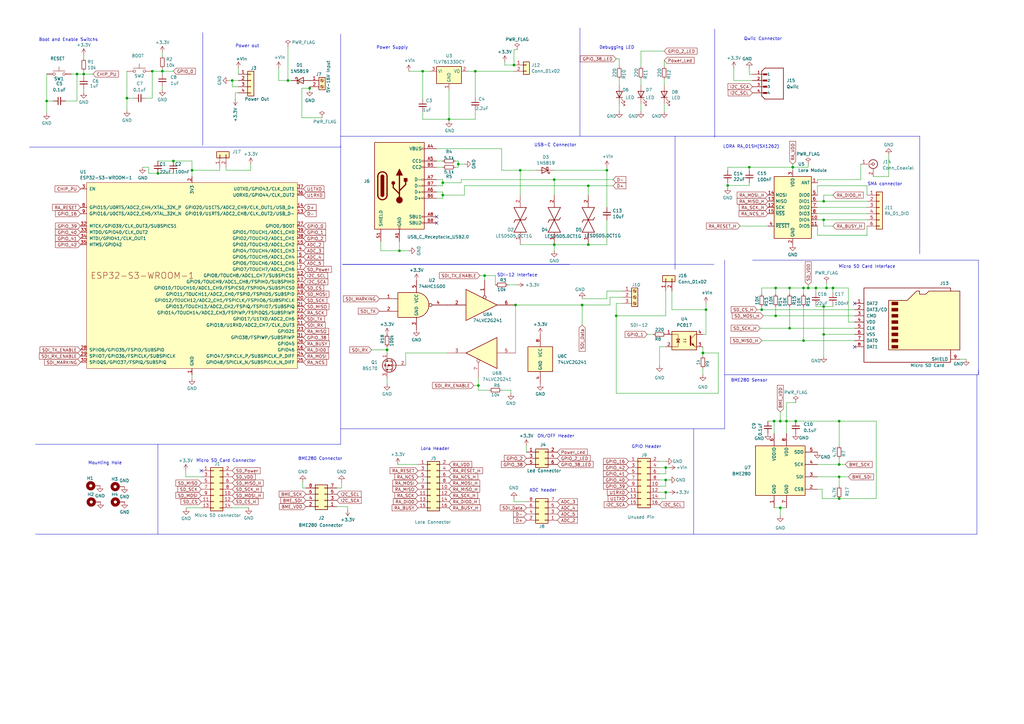
<source format=kicad_sch>
(kicad_sch (version 20231120) (generator "eeschema") (generator_version "8.0")
  (paper "A3")
  (title_block (title "MoleNet V7.0") (date "2025-12-03") (rev "2") (company "Comnets Uni Bremen") (comment 1 "Faruk Kollar") (comment 2 "Nutifafa Agbenor-Efunam"))
  (lib_symbols
    (symbol "+3.3V_1" (power) (pin_names (offset 0))
      (property "Value" "+3.3V_1" (at 0 3.556 0))
      (symbol "+3.3V_1_1_1"
        (pin power_in line (at 0 0 90) (length 0) hide (name "+3.3V") (number "1"))
      )
    )
    (symbol "+3.3V_2" (power) (pin_names (offset 0))
      (property "Value" "+3.3V_2" (at 0 3.556 0))
      (symbol "+3.3V_2_1_1"
        (pin power_in line (at 0 0 90) (length 0) hide (name "+3.3V") (number "1"))
      )
    )
    (symbol "+3.3V_5" (power) (pin_names (offset 0))
      (property "Value" "+3.3V_5" (at 0 3.556 0))
      (symbol "+3.3V_5_1_1"
        (pin power_in line (at 0 0 90) (length 0) hide (name "+3.3V") (number "1"))
      )
    )
    (symbol "74xGxx:74AHC1G00"
      (property "Reference" "U" (at -2.54 3.81 0))
      (property "Value" "74AHC1G00" (at 0 -3.81 0))
      (symbol "74AHC1G00_1_1"
        (pin input line (at -15.24 2.54 0) (length 7.62) (name "~") (number "1"))
        (pin input line (at -15.24 -2.54 0) (length 7.62) (name "~") (number "2"))
        (pin power_in line (at 0 -10.16 90) (length 5.08) (name "GND") (number "3"))
        (pin output inverted (at 12.7 0 180) (length 7.62) (name "~") (number "4"))
        (pin power_in line (at 0 10.16 270) (length 5.08) (name "VCC") (number "5"))
      )
    )
    (symbol "74xGxx:74LVC2G241"
      (property "Reference" "U" (at 2.54 5.08 0))
      (property "Value" "74LVC2G241" (at 2.54 -7.62 0))
      (symbol "74LVC2G241_1_1"
        (pin input inverted (at 0 10.16 270) (length 7.62) (name "~") (number "1"))
        (pin input line (at -15.24 0 0) (length 7.62) (name "~") (number "2"))
        (pin tri_state line (at 12.7 0 180) (length 7.62) (name "~") (number "6"))
      )
      (symbol "74LVC2G241_2_1"
        (pin tri_state line (at 12.7 0 180) (length 7.62) (name "~") (number "3"))
        (pin input line (at -15.24 0 0) (length 7.62) (name "~") (number "5"))
        (pin input inverted (at 0 10.16 270) (length 7.62) (name "~") (number "7"))
      )
      (symbol "74LVC2G241_3_1"
        (pin power_in line (at 0 -10.16 90) (length 5.08) (name "GND") (number "4"))
        (pin power_in line (at 0 10.16 270) (length 5.08) (name "VCC") (number "8"))
      )
    )
    (symbol "Connector:Conn_Coaxial" (pin_names (offset 1.016) hide)
      (property "Reference" "J" (at 0.254 3.048 0))
      (property "Value" "Conn_Coaxial" (at 2.921 0 90))
      (symbol "Conn_Coaxial_1_1"
        (pin passive line (at -5.08 0 0) (length 2.54) (name "In") (number "1"))
        (pin passive line (at 0 -5.08 90) (length 2.54) (name "Ext") (number "2"))
      )
    )
    (symbol "Connector:Micro_SD_Card" (pin_names (offset 1.016))
      (property "Reference" "J" (at -16.51 15.24 0))
      (property "Value" "Micro_SD_Card" (at 16.51 15.24 0))
      (symbol "Micro_SD_Card_1_1"
        (pin bidirectional line (at -22.86 7.62 0) (length 3.81) (name "DAT2") (number "1"))
        (pin bidirectional line (at -22.86 5.08 0) (length 3.81) (name "DAT3/CD") (number "2"))
        (pin input line (at -22.86 2.54 0) (length 3.81) (name "CMD") (number "3"))
        (pin power_in line (at -22.86 0 0) (length 3.81) (name "VDD") (number "4"))
        (pin input line (at -22.86 -2.54 0) (length 3.81) (name "CLK") (number "5"))
        (pin power_in line (at -22.86 -5.08 0) (length 3.81) (name "VSS") (number "6"))
        (pin bidirectional line (at -22.86 -7.62 0) (length 3.81) (name "DAT0") (number "7"))
        (pin bidirectional line (at -22.86 -10.16 0) (length 3.81) (name "DAT1") (number "8"))
        (pin passive line (at 20.32 -15.24 180) (length 3.81) (name "SHIELD") (number "9"))
      )
    )
    (symbol "Connector:Screw_Terminal_01x02" (pin_names (offset 1.016) hide)
      (property "Reference" "J14" (at -2.54 2.54 0))
      (property "Value" "Power In" (at 2.54 -5.08 90))
      (symbol "Screw_Terminal_01x02_1_1"
        (pin input line (at -5.08 0 0) (length 3.81) (name "Pin_1") (number "1"))
        (pin input line (at -5.08 -2.54 0) (length 3.81) (name "Pin_2") (number "2"))
      )
    )
    (symbol "Connector:Screw_Terminal_01x03" (pin_names (offset 1.016) hide)
      (property "Reference" "J" (at 0 5.08 0))
      (property "Value" "Screw_Terminal_01x03" (at 0 -5.08 0))
      (symbol "Screw_Terminal_01x03_1_1"
        (pin passive line (at -5.08 2.54 0) (length 3.81) (name "Pin_1") (number "1"))
        (pin passive line (at -5.08 0 0) (length 3.81) (name "Pin_2") (number "2"))
        (pin passive line (at -5.08 -2.54 0) (length 3.81) (name "Pin_3") (number "3"))
      )
    )
    (symbol "Connector:USB_C_Receptacle_USB2.0" (pin_names (offset 1.016))
      (property "Reference" "J" (at -10.16 19.05 0))
      (property "Value" "USB_C_Receptacle_USB2.0" (at 19.05 19.05 0))
      (symbol "USB_C_Receptacle_USB2.0_1_1"
        (pin passive line (at 0 -22.86 90) (length 5.08) (name "GND") (number "A1"))
        (pin passive line (at 0 -22.86 90) (length 5.08) hide (name "GND") (number "A12"))
        (pin passive line (at 15.24 15.24 180) (length 5.08) (name "VBUS") (number "A4"))
        (pin bidirectional line (at 15.24 10.16 180) (length 5.08) (name "CC1") (number "A5"))
        (pin bidirectional line (at 15.24 -2.54 180) (length 5.08) (name "D+") (number "A6"))
        (pin bidirectional line (at 15.24 2.54 180) (length 5.08) (name "D-") (number "A7"))
        (pin bidirectional line (at 15.24 -12.7 180) (length 5.08) (name "SBU1") (number "A8"))
        (pin passive line (at 15.24 15.24 180) (length 5.08) hide (name "VBUS") (number "A9"))
        (pin passive line (at 0 -22.86 90) (length 5.08) hide (name "GND") (number "B1"))
        (pin passive line (at 0 -22.86 90) (length 5.08) hide (name "GND") (number "B12"))
        (pin passive line (at 15.24 15.24 180) (length 5.08) hide (name "VBUS") (number "B4"))
        (pin bidirectional line (at 15.24 7.62 180) (length 5.08) (name "CC2") (number "B5"))
        (pin bidirectional line (at 15.24 -5.08 180) (length 5.08) (name "D+") (number "B6"))
        (pin bidirectional line (at 15.24 0 180) (length 5.08) (name "D-") (number "B7"))
        (pin bidirectional line (at 15.24 -15.24 180) (length 5.08) (name "SBU2") (number "B8"))
        (pin passive line (at 15.24 15.24 180) (length 5.08) hide (name "VBUS") (number "B9"))
        (pin passive line (at -7.62 -22.86 90) (length 5.08) (name "SHIELD") (number "S1"))
      )
    )
    (symbol "Connector_Generic:Conn_01x02" (pin_names (offset 1.016) hide)
      (property "Reference" "J" (at 0 2.54 0))
      (property "Value" "Conn_01x02" (at 0 -5.08 0))
      (symbol "Conn_01x02_1_1"
        (pin passive line (at -5.08 0 0) (length 3.81) (name "Pin_1") (number "1"))
        (pin passive line (at -5.08 -2.54 0) (length 3.81) (name "Pin_2") (number "2"))
      )
    )
    (symbol "Connector_Generic:Conn_01x04" (pin_names (offset 1.016) hide)
      (property "Reference" "J" (at 0 5.08 0))
      (property "Value" "Conn_01x04" (at 0 -7.62 0))
      (symbol "Conn_01x04_1_1"
        (pin passive line (at -5.08 2.54 0) (length 3.81) (name "Pin_1") (number "1"))
        (pin passive line (at -5.08 0 0) (length 3.81) (name "Pin_2") (number "2"))
        (pin passive line (at -5.08 -2.54 0) (length 3.81) (name "Pin_3") (number "3"))
        (pin passive line (at -5.08 -5.08 0) (length 3.81) (name "Pin_4") (number "4"))
      )
    )
    (symbol "Connector_Generic:Conn_01x06" (pin_names (offset 1.016) hide)
      (property "Reference" "J" (at 0 7.62 0))
      (property "Value" "Conn_01x06" (at 0 -10.16 0))
      (symbol "Conn_01x06_1_1"
        (pin passive line (at -5.08 5.08 0) (length 3.81) (name "Pin_1") (number "1"))
        (pin passive line (at -5.08 2.54 0) (length 3.81) (name "Pin_2") (number "2"))
        (pin passive line (at -5.08 0 0) (length 3.81) (name "Pin_3") (number "3"))
        (pin passive line (at -5.08 -2.54 0) (length 3.81) (name "Pin_4") (number "4"))
        (pin passive line (at -5.08 -5.08 0) (length 3.81) (name "Pin_5") (number "5"))
        (pin passive line (at -5.08 -7.62 0) (length 3.81) (name "Pin_6") (number "6"))
      )
    )
    (symbol "Connector_Generic:Conn_02x03_Top_Bottom" (pin_names (offset 1.016) hide)
      (property "Reference" "J5" (at 1.778 5.588 0))
      (property "Value" "LED_Switch" (at 2.159 -5.08 0))
      (symbol "Conn_02x03_Top_Bottom_1_1"
        (pin passive line (at -5.08 2.54 0) (length 3.81) (name "Pin_1") (number "1"))
        (pin passive line (at 7.62 2.54 180) (length 3.81) (name "Pin_4") (number "2"))
        (pin passive line (at -5.08 0 0) (length 3.81) (name "Pin_2") (number "3"))
        (pin passive line (at 7.62 0 180) (length 3.81) (name "Pin_5") (number "4"))
        (pin passive line (at -5.08 -2.54 0) (length 3.81) (name "Pin_3") (number "5"))
        (pin passive line (at 7.62 -2.54 180) (length 3.81) (name "Pin_6") (number "6"))
      )
    )
    (symbol "Connector_Generic:Conn_02x04_Top_Bottom" (pin_names (offset 1.016) hide)
      (property "Reference" "J12" (at 1.27 7.239 0))
      (property "Value" "I2C Interface" (at 1.524 -11.557 0))
      (symbol "Conn_02x04_Top_Bottom_1_1"
        (pin passive line (at -5.08 2.54 0) (length 3.81) (name "Pin_1") (number "1"))
        (pin passive line (at 7.62 2.54 180) (length 3.81) (name "Pin_5") (number "2"))
        (pin passive line (at -5.08 0 0) (length 3.81) (name "Pin_2") (number "3"))
        (pin passive line (at 7.62 0 180) (length 3.81) (name "Pin_6") (number "4"))
        (pin passive line (at -5.08 -2.54 0) (length 3.81) (name "Pin_3") (number "5"))
        (pin passive line (at 7.62 -2.54 180) (length 3.81) (name "Pin_7") (number "6"))
        (pin passive line (at -5.08 -5.08 0) (length 3.81) (name "Pin_4") (number "7"))
        (pin passive line (at 7.62 -5.08 180) (length 3.81) (name "Pin_8") (number "8"))
      )
    )
    (symbol "Connector_Generic:Conn_02x07_Odd_Even" (pin_names (offset 1.016) hide)
      (property "Reference" "J" (at 1.27 10.16 0))
      (property "Value" "Conn_02x07_Odd_Even" (at 1.27 -10.16 0))
      (symbol "Conn_02x07_Odd_Even_1_1"
        (pin passive line (at -5.08 7.62 0) (length 3.81) (name "Pin_1") (number "1"))
        (pin passive line (at 7.62 -2.54 180) (length 3.81) (name "Pin_10") (number "10"))
        (pin passive line (at -5.08 -5.08 0) (length 3.81) (name "Pin_11") (number "11"))
        (pin passive line (at 7.62 -5.08 180) (length 3.81) (name "Pin_12") (number "12"))
        (pin passive line (at -5.08 -7.62 0) (length 3.81) (name "Pin_13") (number "13"))
        (pin passive line (at 7.62 -7.62 180) (length 3.81) (name "Pin_14") (number "14"))
        (pin passive line (at 7.62 7.62 180) (length 3.81) (name "Pin_2") (number "2"))
        (pin passive line (at -5.08 5.08 0) (length 3.81) (name "Pin_3") (number "3"))
        (pin passive line (at 7.62 5.08 180) (length 3.81) (name "Pin_4") (number "4"))
        (pin passive line (at -5.08 2.54 0) (length 3.81) (name "Pin_5") (number "5"))
        (pin passive line (at 7.62 2.54 180) (length 3.81) (name "Pin_6") (number "6"))
        (pin passive line (at -5.08 0 0) (length 3.81) (name "Pin_7") (number "7"))
        (pin passive line (at 7.62 0 180) (length 3.81) (name "Pin_8") (number "8"))
        (pin passive line (at -5.08 -2.54 0) (length 3.81) (name "Pin_9") (number "9"))
      )
    )
    (symbol "Connector_Generic:Conn_02x08_Odd_Even" (pin_names (offset 1.016) hide)
      (property "Reference" "J" (at 1.27 10.16 0))
      (property "Value" "Conn_02x08_Odd_Even" (at 1.27 -12.7 0))
      (symbol "Conn_02x08_Odd_Even_1_1"
        (pin passive line (at -5.08 7.62 0) (length 3.81) (name "Pin_1") (number "1"))
        (pin passive line (at 7.62 -2.54 180) (length 3.81) (name "Pin_10") (number "10"))
        (pin passive line (at -5.08 -5.08 0) (length 3.81) (name "Pin_11") (number "11"))
        (pin passive line (at 7.62 -5.08 180) (length 3.81) (name "Pin_12") (number "12"))
        (pin passive line (at -5.08 -7.62 0) (length 3.81) (name "Pin_13") (number "13"))
        (pin passive line (at 7.62 -7.62 180) (length 3.81) (name "Pin_14") (number "14"))
        (pin passive line (at -5.08 -10.16 0) (length 3.81) (name "Pin_15") (number "15"))
        (pin passive line (at 7.62 -10.16 180) (length 3.81) (name "Pin_16") (number "16"))
        (pin passive line (at 7.62 7.62 180) (length 3.81) (name "Pin_2") (number "2"))
        (pin passive line (at -5.08 5.08 0) (length 3.81) (name "Pin_3") (number "3"))
        (pin passive line (at 7.62 5.08 180) (length 3.81) (name "Pin_4") (number "4"))
        (pin passive line (at -5.08 2.54 0) (length 3.81) (name "Pin_5") (number "5"))
        (pin passive line (at 7.62 2.54 180) (length 3.81) (name "Pin_6") (number "6"))
        (pin passive line (at -5.08 0 0) (length 3.81) (name "Pin_7") (number "7"))
        (pin passive line (at 7.62 0 180) (length 3.81) (name "Pin_8") (number "8"))
        (pin passive line (at -5.08 -2.54 0) (length 3.81) (name "Pin_9") (number "9"))
      )
    )
    (symbol "Device:C_Small" (pin_numbers hide) (pin_names (offset 0.254) hide)
      (property "Reference" "C" (at 0.254 1.778 0))
      (property "Value" "C_Small" (at 0.254 -2.032 0))
      (symbol "C_Small_1_1"
        (pin passive line (at 0 2.54 270) (length 2.032) (name "~") (number "1"))
        (pin passive line (at 0 -2.54 90) (length 2.032) (name "~") (number "2"))
      )
    )
    (symbol "Device:LED" (pin_numbers hide) (pin_names (offset 1.016) hide)
      (property "Reference" "D" (at 0 2.54 0))
      (property "Value" "LED" (at 0 -2.54 0))
      (symbol "LED_1_1"
        (pin passive line (at -3.81 0 0) (length 2.54) (name "K") (number "1"))
        (pin passive line (at 3.81 0 180) (length 2.54) (name "A") (number "2"))
      )
    )
    (symbol "Device:R_Small" (pin_numbers hide) (pin_names (offset 0.254) hide)
      (property "Reference" "R" (at 0.762 0.508 0))
      (property "Value" "R_Small" (at 0.762 -1.016 0))
      (symbol "R_Small_1_1"
        (pin passive line (at 0 2.54 270) (length 0.762) (name "~") (number "1"))
        (pin passive line (at 0 -2.54 90) (length 0.762) (name "~") (number "2"))
      )
    )
    (symbol "Diode:1N5819" (pin_numbers hide) (pin_names (offset 1.016) hide)
      (property "Reference" "D" (at 0 2.54 0))
      (property "Value" "1N5819" (at 0 -2.54 0))
      (symbol "1N5819_1_1"
        (pin passive line (at -3.81 0 0) (length 2.54) (name "K") (number "1"))
        (pin passive line (at 3.81 0 180) (length 2.54) (name "A") (number "2"))
      )
    )
    (symbol "GND_1" (power) (pin_names (offset 0))
      (property "Value" "GND_1" (at 0 -3.81 0))
      (symbol "GND_1_1_1"
        (pin power_in line (at 0 0 270) (length 0) hide (name "GND") (number "1"))
      )
    )
    (symbol "GND_10" (power) (pin_names (offset 0))
      (property "Value" "GND_10" (at 0 -3.81 0))
      (symbol "GND_10_1_1"
        (pin power_in line (at 0 0 270) (length 0) hide (name "GND") (number "1"))
      )
    )
    (symbol "GND_11" (power) (pin_names (offset 0))
      (property "Value" "GND_11" (at 0 -3.81 0))
      (symbol "GND_11_1_1"
        (pin power_in line (at 0 0 270) (length 0) hide (name "GND") (number "1"))
      )
    )
    (symbol "GND_12" (power) (pin_names (offset 0))
      (property "Value" "GND_12" (at 0 -3.81 0))
      (symbol "GND_12_1_1"
        (pin power_in line (at 0 0 270) (length 0) hide (name "GND") (number "1"))
      )
    )
    (symbol "GND_13" (power) (pin_names (offset 0))
      (property "Value" "GND_13" (at 0 -3.81 0))
      (symbol "GND_13_1_1"
        (pin power_in line (at 0 0 270) (length 0) hide (name "GND") (number "1"))
      )
    )
    (symbol "GND_14" (power) (pin_names (offset 0))
      (property "Value" "GND_14" (at 0 -3.81 0))
      (symbol "GND_14_1_1"
        (pin power_in line (at 0 0 270) (length 0) hide (name "GND") (number "1"))
      )
    )
    (symbol "GND_2" (power) (pin_names (offset 0))
      (property "Value" "GND_2" (at 0 -3.81 0))
      (symbol "GND_2_1_1"
        (pin power_in line (at 0 0 270) (length 0) hide (name "GND") (number "1"))
      )
    )
    (symbol "GND_3" (power) (pin_names (offset 0))
      (property "Value" "GND_3" (at 0 -3.81 0))
      (symbol "GND_3_1_1"
        (pin power_in line (at 0 0 270) (length 0) hide (name "GND") (number "1"))
      )
    )
    (symbol "GND_4" (power) (pin_names (offset 0))
      (property "Value" "GND_4" (at 0 -3.81 0))
      (symbol "GND_4_1_1"
        (pin power_in line (at 0 0 270) (length 0) hide (name "GND") (number "1"))
      )
    )
    (symbol "GND_5" (power) (pin_names (offset 0))
      (property "Value" "GND_5" (at 0 -3.81 0))
      (symbol "GND_5_1_1"
        (pin power_in line (at 0 0 270) (length 0) hide (name "GND") (number "1"))
      )
    )
    (symbol "GND_6" (power) (pin_names (offset 0))
      (property "Value" "GND_6" (at 0 -3.81 0))
      (symbol "GND_6_1_1"
        (pin power_in line (at 0 0 270) (length 0) hide (name "GND") (number "1"))
      )
    )
    (symbol "GND_7" (power) (pin_names (offset 0))
      (property "Value" "GND_7" (at 0 -3.81 0))
      (symbol "GND_7_1_1"
        (pin power_in line (at 0 0 270) (length 0) hide (name "GND") (number "1"))
      )
    )
    (symbol "GND_8" (power) (pin_names (offset 0))
      (property "Value" "GND_8" (at 0 -3.81 0))
      (symbol "GND_8_1_1"
        (pin power_in line (at 0 0 270) (length 0) hide (name "GND") (number "1"))
      )
    )
    (symbol "GND_9" (power) (pin_names (offset 0))
      (property "Value" "GND_9" (at 0 -3.81 0))
      (symbol "GND_9_1_1"
        (pin power_in line (at 0 0 270) (length 0) hide (name "GND") (number "1"))
      )
    )
    (symbol "Isolator:PC817" (pin_names (offset 1.016))
      (property "Reference" "U" (at -5.08 5.08 0))
      (property "Value" "PC817" (at 0 5.08 0))
      (symbol "PC817_1_1"
        (pin passive line (at -7.62 2.54 0) (length 2.54) (name "~") (number "1"))
        (pin passive line (at -7.62 -2.54 0) (length 2.54) (name "~") (number "2"))
        (pin passive line (at 7.62 -2.54 180) (length 2.54) (name "~") (number "3"))
        (pin passive line (at 7.62 2.54 180) (length 2.54) (name "~") (number "4"))
      )
    )
    (symbol "LESD5D5_0CT1G:LESD5D5.0CT1G" (pin_names hide)
      (property "Reference" "D" (at 12.7 8.89 0))
      (property "Value" "LESD5D5.0CT1G" (at 12.7 6.35 0))
      (symbol "LESD5D5.0CT1G_1_1"
        (pin passive line (at 0 0 0) (length 5.08) (name "1") (number "1"))
        (pin passive line (at 20.32 0 180) (length 5.08) (name "2") (number "2"))
      )
    )
    (symbol "Mechanical:MountingHole_Pad" (pin_numbers hide) (pin_names (offset 1.016) hide)
      (property "Reference" "H" (at 0 6.35 0))
      (property "Value" "MountingHole_Pad" (at 0 4.445 0))
      (symbol "MountingHole_Pad_1_1"
        (pin input line (at 0 -2.54 90) (length 2.54) (name "1") (number "1"))
      )
    )
    (symbol "PCM_Espressif:ESP32-S3-WROOM-1" (pin_names (offset 1.016))
      (property "Reference" "U" (at -43.18 43.18 0))
      (property "Value" "ESP32-S3-WROOM-1" (at -43.18 40.64 0))
      (symbol "ESP32-S3-WROOM-1_0_0"
        (text "ESP32-S3-WROOM-1" (at -20.32 0 0) (effects (font (size 2.54 2.54))))
        (pin power_in line (at 0 -40.64 90) (length 2.54) (name "GND") (number "1"))
        (pin bidirectional line (at 45.72 -17.78 180) (length 2.54) (name "GPIO17/U1TXD/ADC2_CH6") (number "10"))
        (pin bidirectional line (at 45.72 -20.32 180) (length 2.54) (name "GPIO18/U1RXD/ADC2_CH7/CLK_OUT3") (number "11"))
        (pin bidirectional line (at 45.72 0 180) (length 2.54) (name "GPIO8/TOUCH8/ADC1_CH7/SUBSPICS1") (number "12"))
        (pin bidirectional line (at 45.72 25.4 180) (length 2.54) (name "GPIO19/U1RTS/ADC2_CH8/CLK_OUT2/USB_D-") (number "13"))
        (pin bidirectional line (at 45.72 27.94 180) (length 2.54) (name "GPIO20/U1CTS/ADC2_CH9/CLK_OUT1/USB_D+") (number "14"))
        (pin bidirectional line (at 45.72 12.7 180) (length 2.54) (name "GPIO3/TOUCH3/ADC1_CH2") (number "15"))
        (pin bidirectional line (at 45.72 -30.48 180) (length 2.54) (name "GPIO46") (number "16"))
        (pin bidirectional line (at 45.72 -2.54 180) (length 2.54) (name "GPIO9/TOUCH9/ADC1_CH8/FSPIHD/SUBSPIHD") (number "17"))
        (pin bidirectional line (at 45.72 -5.08 180) (length 2.54) (name "GPIO10/TOUCH10/ADC1_CH9/FSPICS0/FSPIIO4/SUBSPICS0") (number "18"))
        (pin bidirectional line (at 45.72 -7.62 180) (length 2.54) (name "GPIO11/TOUCH11/ADC2_CH0/FSPID/FSPIIO5/SUBSPID") (number "19"))
        (pin power_in line (at 0 40.64 270) (length 2.54) (name "3V3") (number "2"))
        (pin bidirectional line (at 45.72 -10.16 180) (length 2.54) (name "GPIO12/TOUCH12/ADC2_CH1/FSPICLK/FSPIIO6/SUBSPICLK") (number "20"))
        (pin bidirectional line (at 45.72 -12.7 180) (length 2.54) (name "GPIO13/TOUCH13/ADC2_CH2/FSPIQ/FSPIIO7/SUBSPIQ") (number "21"))
        (pin bidirectional line (at 45.72 -15.24 180) (length 2.54) (name "GPIO14/TOUCH14/ADC2_CH3/FSPIWP/FSPIDQS/SUBSPIWP") (number "22"))
        (pin bidirectional line (at 45.72 -22.86 180) (length 2.54) (name "GPIO21") (number "23"))
        (pin bidirectional line (at 45.72 -33.02 180) (length 2.54) (name "GPIO47/SPICLK_P/SUBSPICLK_P_DIFF") (number "24"))
        (pin bidirectional line (at 45.72 -35.56 180) (length 2.54) (name "GPIO48/SPICLK_N/SUBSPICLK_N_DIFF") (number "25"))
        (pin bidirectional line (at 45.72 -27.94 180) (length 2.54) (name "GPIO45") (number "26"))
        (pin bidirectional line (at 45.72 20.32 180) (length 2.54) (name "GPIO0/BOOT") (number "27"))
        (pin bidirectional line (at -45.72 -30.48 0) (length 2.54) (name "SPIIO6/GPIO35/FSPID/SUBSPID") (number "28"))
        (pin bidirectional line (at -45.72 -33.02 0) (length 2.54) (name "SPIIO7/GPIO36/FSPICLK/SUBSPICLK") (number "29"))
        (pin input line (at -45.72 35.56 0) (length 2.54) (name "EN") (number "3"))
        (pin bidirectional line (at -45.72 -35.56 0) (length 2.54) (name "SPIDQS/GPIO37/FSPIQ/SUBSPIQ") (number "30"))
        (pin bidirectional line (at 45.72 -25.4 180) (length 2.54) (name "GPIO38/FSPIWP/SUBSPIWP") (number "31"))
        (pin bidirectional line (at -45.72 20.32 0) (length 2.54) (name "MTCK/GPIO39/CLK_OUT3/SUBSPICS1") (number "32"))
        (pin bidirectional line (at -45.72 17.78 0) (length 2.54) (name "MTDO/GPIO40/CLK_OUT2") (number "33"))
        (pin bidirectional line (at -45.72 15.24 0) (length 2.54) (name "MTDI/GPIO41/CLK_OUT1") (number "34"))
        (pin bidirectional line (at -45.72 12.7 0) (length 2.54) (name "MTMS/GPIO42") (number "35"))
        (pin bidirectional line (at 45.72 33.02 180) (length 2.54) (name "U0RXD/GPIO44/CLK_OUT2") (number "36"))
        (pin bidirectional line (at 45.72 35.56 180) (length 2.54) (name "U0TXD/GPIO43/CLK_OUT1") (number "37"))
        (pin bidirectional line (at 45.72 15.24 180) (length 2.54) (name "GPIO2/TOUCH2/ADC1_CH1") (number "38"))
        (pin bidirectional line (at 45.72 17.78 180) (length 2.54) (name "GPIO1/TOUCH1/ADC1_CH0") (number "39"))
        (pin bidirectional line (at 45.72 10.16 180) (length 2.54) (name "GPIO4/TOUCH4/ADC1_CH3") (number "4"))
        (pin passive line (at 0 -40.64 90) (length 2.54) hide (name "GND") (number "40"))
        (pin passive line (at 0 -40.64 90) (length 2.54) hide (name "GND") (number "41"))
        (pin bidirectional line (at 45.72 7.62 180) (length 2.54) (name "GPIO5/TOUCH5/ADC1_CH4") (number "5"))
        (pin bidirectional line (at 45.72 5.08 180) (length 2.54) (name "GPIO6/TOUCH6/ADC1_CH5") (number "6"))
        (pin bidirectional line (at 45.72 2.54 180) (length 2.54) (name "GPIO7/TOUCH7/ADC1_CH6") (number "7"))
        (pin bidirectional line (at -45.72 27.94 0) (length 2.54) (name "GPIO15/U0RTS/ADC2_CH4/XTAL_32K_P") (number "8"))
        (pin bidirectional line (at -45.72 25.4 0) (length 2.54) (name "GPIO16/U0CTS/ADC2_CH5/XTAL_32K_N") (number "9"))
      )
    )
    (symbol "PRT-14417:PRT-14417" (pin_names (offset 1.016))
      (property "Reference" "J" (at -2.54 8.382 0))
      (property "Value" "PRT-14417" (at -2.54 -7.62 0))
      (symbol "PRT-14417_0_0"
        (pin passive line (at -7.62 5.08 0) (length 5.08) (name "1") (number "1"))
        (pin passive line (at -7.62 2.54 0) (length 5.08) (name "2") (number "2"))
        (pin passive line (at -7.62 0 0) (length 5.08) (name "3") (number "3"))
        (pin passive line (at -7.62 -2.54 0) (length 5.08) (name "4") (number "4"))
      )
    )
    (symbol "PWR_FLAG_1" (power) (pin_numbers hide) (pin_names (offset 0) hide)
      (property "Value" "PWR_FLAG_1" (at 0 3.81 0))
      (symbol "PWR_FLAG_1_0_0"
        (pin power_out line (at 0 0 90) (length 0) (name "pwr") (number "1"))
      )
    )
    (symbol "PWR_FLAG_2" (power) (pin_numbers hide) (pin_names (offset 0) hide)
      (property "Value" "PWR_FLAG_2" (at 0 3.81 0))
      (symbol "PWR_FLAG_2_0_0"
        (pin power_out line (at 0 0 90) (length 0) (name "pwr") (number "1"))
      )
    )
    (symbol "PWR_FLAG_3" (power) (pin_numbers hide) (pin_names (offset 0) hide)
      (property "Value" "PWR_FLAG_3" (at 0 3.81 0))
      (symbol "PWR_FLAG_3_0_0"
        (pin power_out line (at 0 0 90) (length 0) (name "pwr") (number "1"))
      )
    )
    (symbol "RF_Module:Ai-Thinker-Ra-01"
      (property "Reference" "U" (at 2.54 17.78 0))
      (property "Value" "Ai-Thinker-Ra-01" (at 13.97 -15.24 0))
      (symbol "Ai-Thinker-Ra-01_1_1"
        (pin passive line (at 10.16 10.16 180) (length 2.54) (name "ANT") (number "1"))
        (pin bidirectional line (at 10.16 -5.08 180) (length 2.54) (name "DIO4") (number "10"))
        (pin bidirectional line (at 10.16 -7.62 180) (length 2.54) (name "DIO5") (number "11"))
        (pin input line (at -10.16 0 0) (length 2.54) (name "SCK") (number "12"))
        (pin output line (at -10.16 2.54 0) (length 2.54) (name "MISO") (number "13"))
        (pin input line (at -10.16 5.08 0) (length 2.54) (name "MOSI") (number "14"))
        (pin input line (at -10.16 -2.54 0) (length 2.54) (name "~{NSS}") (number "15"))
        (pin passive line (at 0 -15.24 90) (length 2.54) hide (name "GND") (number "16"))
        (pin power_in line (at 0 -15.24 90) (length 2.54) (name "GND") (number "2"))
        (pin power_in line (at 0 15.24 270) (length 2.54) (name "VDD") (number "3"))
        (pin input line (at -10.16 -7.62 0) (length 2.54) (name "~{RESET}") (number "4"))
        (pin bidirectional line (at 10.16 5.08 180) (length 2.54) (name "DIO0") (number "5"))
        (pin bidirectional line (at 10.16 2.54 180) (length 2.54) (name "DIO1") (number "6"))
        (pin bidirectional line (at 10.16 0 180) (length 2.54) (name "DIO2") (number "7"))
        (pin bidirectional line (at 10.16 -2.54 180) (length 2.54) (name "DIO3") (number "8"))
        (pin passive line (at 0 -15.24 90) (length 2.54) hide (name "GND") (number "9"))
      )
    )
    (symbol "Regulator_Linear:TLV76133DCY"
      (property "Reference" "U" (at -7.62 6.35 0))
      (property "Value" "TLV76133DCY" (at -1.27 6.35 0))
      (symbol "TLV76133DCY_1_1"
        (pin power_in line (at 0 -7.62 90) (length 2.54) (name "GND") (number "1"))
        (pin power_out line (at 7.62 0 180) (length 2.54) (name "VO") (number "2"))
        (pin power_in line (at -7.62 0 0) (length 2.54) (name "VI") (number "3"))
      )
    )
    (symbol "Sensor:BME280"
      (property "Reference" "U" (at -8.89 11.43 0))
      (property "Value" "BME280" (at 7.62 11.43 0))
      (symbol "BME280_1_1"
        (pin power_in line (at -2.54 -15.24 90) (length 5.08) (name "GND") (number "1"))
        (pin input line (at 15.24 -7.62 180) (length 5.08) (name "CSB") (number "2"))
        (pin bidirectional line (at 15.24 -2.54 180) (length 5.08) (name "SDI") (number "3"))
        (pin input line (at 15.24 2.54 180) (length 5.08) (name "SCK") (number "4"))
        (pin bidirectional line (at 15.24 7.62 180) (length 5.08) (name "SDO") (number "5"))
        (pin power_in line (at -2.54 15.24 270) (length 5.08) (name "VDDIO") (number "6"))
        (pin power_in line (at 2.54 -15.24 90) (length 5.08) (name "GND") (number "7"))
        (pin power_in line (at 2.54 15.24 270) (length 5.08) (name "VDD") (number "8"))
      )
    )
    (symbol "Switch:SW_Push" (pin_numbers hide) (pin_names (offset 1.016) hide)
      (property "Reference" "SW" (at 1.27 2.54 0))
      (property "Value" "SW_Push" (at 0 -1.524 0))
      (symbol "SW_Push_0_1"
        (pin passive line (at -5.08 0 0) (length 2.54) (name "1") (number "1"))
        (pin passive line (at 5.08 0 180) (length 2.54) (name "2") (number "2"))
      )
    )
    (symbol "Transistor_FET:BS170" (pin_names hide)
      (property "Reference" "Q" (at 5.08 1.905 0))
      (property "Value" "BS170" (at 5.08 0 0))
      (symbol "BS170_1_1"
        (pin passive line (at 2.54 5.08 270) (length 2.54) (name "D") (number "1"))
        (pin input line (at -5.08 0 0) (length 2.54) (name "G") (number "2"))
        (pin passive line (at 2.54 -5.08 90) (length 2.54) (name "S") (number "3"))
      )
    )
    (symbol "power:+12V" (power) (pin_names (offset 0))
      (property "Value" "+12V" (at 0 3.556 0))
      (symbol "+12V_1_1"
        (pin power_in line (at 0 0 90) (length 0) hide (name "+12V") (number "1"))
      )
    )
    (symbol "power:GND" (power) (pin_names (offset 0))
      (property "Value" "GND" (at 0 -3.81 0))
      (symbol "GND_1_1"
        (pin power_in line (at 0 0 270) (length 0) hide (name "GND") (number "1"))
      )
    )
    (symbol "power:PWR_FLAG" (power) (pin_numbers hide) (pin_names (offset 0) hide)
      (property "Value" "PWR_FLAG" (at 0 3.81 0))
      (symbol "PWR_FLAG_0_0"
        (pin power_out line (at 0 0 90) (length 0) (name "pwr") (number "1"))
      )
    )
  )
  (junction (at 331.4954 118.11))
  (junction (at 320.04 172.72))
  (junction (at 158.75 143.51))
  (junction (at 184.15 48.895))
  (junction (at 344.17 172.72))
  (junction (at 323.85 118.11))
  (junction (at 163.83 102.87))
  (junction (at 34.3408 30.3784))
  (junction (at 78.74 69.85))
  (junction (at 298.45 76.073))
  (junction (at 344.17 204.47))
  (junction (at 52.07 40.259))
  (junction (at 62.4586 29.21))
  (junction (at 318.135 129.54))
  (junction (at 95.25 33.02))
  (junction (at 118.11 33.02))
  (junction (at 273.05 201.93))
  (junction (at 241.3 100.33))
  (junction (at 337.82 90.17))
  (junction (at 322.58 172.72))
  (junction (at 344.17 190.5))
  (junction (at 326.39 172.72))
  (junction (at 307.34 68.58))
  (junction (at 196.215 158.115))
  (junction (at 252.73 129.54))
  (junction (at 318.135 118.11))
  (junction (at 337.82 125.73))
  (junction (at 344.17 195.58))
  (junction (at 227.33 73.66))
  (junction (at 213.36 69.85))
  (junction (at 194.945 29.21))
  (junction (at 31.5722 30.3784))
  (junction (at 312.42 127))
  (junction (at 71.12 66.04))
  (junction (at 288.29 144.78))
  (junction (at 210.82 26.67))
  (junction (at 187.96 67.31))
  (junction (at 248.92 69.85))
  (junction (at 273.05 191.77))
  (junction (at 329.565 118.11))
  (junction (at 19.1262 41.4274))
  (junction (at 289.56 127))
  (junction (at 273.05 196.85))
  (junction (at 66.5988 29.21))
  (junction (at 325.12 68.58))
  (junction (at 329.565 139.7))
  (junction (at 181.61 80.01))
  (junction (at 181.61 74.93))
  (junction (at 337.82 137.16))
  (junction (at 198.755 113.03))
  (junction (at 127 36.195))
  (junction (at 337.82 82.55))
  (junction (at 323.85 134.62))
  (junction (at 334.645 118.11))
  (junction (at 173.355 29.21))
  (junction (at 317.5 172.72))
  (junction (at 241.3 76.2))
  (junction (at 227.33 100.33))
  (junction (at 320.04 208.28))
  (junction (at 211.455 125.095))
  (junction (at 238.76 125.095))
  (junction (at 64.77 71.12))
  (junction (at 341.63 118.11))
  (junction (at 338.9884 118.11))
  (no_connect (at 350.52 142.24))
  (no_connect (at 350.52 124.46))
  (no_connect (at 179.07 88.9))
  (no_connect (at 179.07 91.44))
  (no_connect (at 82.55 193.04))
  (wire (pts (xy 273.05 204.47) (xy 273.05 201.93)))
  (wire (pts (xy 325.12 67.31) (xy 325.12 68.58)))
  (wire (pts (xy 184.15 48.895) (xy 184.15 49.53)))
  (wire (pts (xy 251.46 76.2) (xy 241.3 76.2)))
  (wire (pts (xy 179.07 76.2) (xy 181.61 76.2)))
  (wire (pts (xy 210.82 205.74) (xy 210.82 204.47)))
  (wire (pts (xy 29.2862 30.3784) (xy 31.5722 30.3784)))
  (wire (pts (xy 273.05 199.39) (xy 273.05 196.85)))
  (wire (pts (xy 119.38 33.02) (xy 118.11 33.02)))
  (wire (pts (xy 158.75 154.94) (xy 158.75 157.48)))
  (wire (pts (xy 167.64 29.21) (xy 173.355 29.21)))
  (wire (pts (xy 270.51 189.23) (xy 273.05 189.23)))
  (wire (pts (xy 66.5988 29.21) (xy 66.5988 30.3784)))
  (wire (pts (xy 344.17 195.58) (xy 347.98 195.58)))
  (wire (pts (xy 60.96 68.58) (xy 60.96 71.12)))
  (wire (pts (xy 187.96 68.58) (xy 186.69 68.58)))
  (polyline (pts (xy 400.685 219.075) (xy 400.685 153.67)))
  (wire (pts (xy 248.92 122.555) (xy 238.76 122.555)))
  (wire (pts (xy 335.28 82.55) (xy 337.82 82.55)))
  (wire (pts (xy 270.51 196.85) (xy 273.05 196.85)))
  (wire (pts (xy 95.25 208.28) (xy 102.0064 208.28)))
  (wire (pts (xy 248.92 119.38) (xy 248.92 122.555)))
  (wire (pts (xy 179.07 66.04) (xy 181.61 66.04)))
  (wire (pts (xy 265.43 137.16) (xy 267.97 137.16)))
  (wire (pts (xy 184.15 36.83) (xy 184.15 48.895)))
  (wire (pts (xy 181.61 76.2) (xy 181.61 74.93)))
  (wire (pts (xy 298.45 68.58) (xy 307.34 68.58)))
  (wire (pts (xy 254 24.13) (xy 254 27.305)))
  (wire (pts (xy 158.75 142.24) (xy 158.75 143.51)))
  (wire (pts (xy 335.28 73.66) (xy 335.28 74.93)))
  (wire (pts (xy 97.79 30.48) (xy 97.79 27.94)))
  (wire (pts (xy 337.82 137.16) (xy 337.82 146.05)))
  (wire (pts (xy 317.5 172.72) (xy 314.96 172.72)))
  (wire (pts (xy 203.2 116.84) (xy 203.2 113.03)))
  (wire (pts (xy 262.89 42.545) (xy 262.89 45.72)))
  (wire (pts (xy 307.34 68.58) (xy 307.34 69.85)))
  (wire (pts (xy 208.28 116.84) (xy 212.09 116.84)))
  (wire (pts (xy 252.73 161.29) (xy 294.64 161.29)))
  (wire (pts (xy 207.01 25.4) (xy 207.01 26.67)))
  (wire (pts (xy 322.58 165.1) (xy 322.58 172.72)))
  (wire (pts (xy 335.28 195.58) (xy 344.17 195.58)))
  (polyline (pts (xy 14.605 182.245) (xy 139.7 182.245)))
  (wire (pts (xy 238.76 125.095) (xy 238.76 133.35)))
  (wire (pts (xy 350.52 129.54) (xy 318.135 129.54)))
  (wire (pts (xy 92.71 68.58) (xy 92.71 69.85)))
  (wire (pts (xy 58.42 68.58) (xy 60.96 68.58)))
  (wire (pts (xy 317.5 208.28) (xy 320.04 208.28)))
  (wire (pts (xy 322.58 172.72) (xy 326.39 172.72)))
  (polyline (pts (xy 284.48 175.895) (xy 284.48 219.075)))
  (wire (pts (xy 62.4586 40.259) (xy 59.8424 40.259)))
  (wire (pts (xy 64.77 66.04) (xy 71.12 66.04)))
  (wire (pts (xy 353.06 73.66) (xy 353.06 67.31)))
  (wire (pts (xy 90.17 69.85) (xy 78.74 69.85)))
  (polyline (pts (xy 237.871 55.88) (xy 377.19 55.88)))
  (wire (pts (xy 163.1696 190.5) (xy 171.45 190.5)))
  (wire (pts (xy 158.75 143.51) (xy 158.75 144.78)))
  (wire (pts (xy 186.69 66.04) (xy 187.96 66.04)))
  (wire (pts (xy 355.6 76.2) (xy 355.6 80.01)))
  (wire (pts (xy 307.34 76.073) (xy 298.45 76.073)))
  (wire (pts (xy 210.82 20.32) (xy 210.82 26.67)))
  (wire (pts (xy 181.61 80.01) (xy 181.61 78.74)))
  (wire (pts (xy 114.3 27.94) (xy 114.3 33.02)))
  (wire (pts (xy 241.3 80.01) (xy 241.3 76.2)))
  (wire (pts (xy 326.39 165.1) (xy 322.58 165.1)))
  (wire (pts (xy 152.4 143.51) (xy 158.75 143.51)))
  (wire (pts (xy 312.42 120.65) (xy 312.42 118.11)))
  (wire (pts (xy 127 36.195) (xy 127 36.83)))
  (wire (pts (xy 213.36 69.85) (xy 213.36 80.01)))
  (wire (pts (xy 166.37 144.78) (xy 183.515 144.78)))
  (wire (pts (xy 337.82 82.55) (xy 355.6 82.55)))
  (wire (pts (xy 335.28 76.2) (xy 335.28 80.01)))
  (wire (pts (xy 303.53 92.71) (xy 314.96 92.71)))
  (wire (pts (xy 125.476 200.152) (xy 124.206 200.152)))
  (wire (pts (xy 227.33 69.85) (xy 248.92 69.85)))
  (wire (pts (xy 331.47 68.58) (xy 325.12 68.58)))
  (wire (pts (xy 307.34 30.48) (xy 307.34 27.94)))
  (wire (pts (xy 359.41 172.72) (xy 344.17 172.72)))
  (wire (pts (xy 270.51 191.77) (xy 273.05 191.77)))
  (wire (pts (xy 337.82 125.73) (xy 341.63 125.73)))
  (wire (pts (xy 52.07 40.259) (xy 52.07 29.21)))
  (polyline (pts (xy 139.7 13.97) (xy 139.7 60.325)))
  (wire (pts (xy 298.45 76.9874) (xy 298.45 76.073)))
  (wire (pts (xy 318.135 118.11) (xy 323.85 118.11)))
  (wire (pts (xy 329.565 118.11) (xy 331.4954 118.11)))
  (wire (pts (xy 334.645 118.11) (xy 338.9884 118.11)))
  (wire (pts (xy 189.23 74.93) (xy 181.61 74.93)))
  (wire (pts (xy 248.92 69.85) (xy 248.92 85.09)))
  (wire (pts (xy 34.3408 30.3784) (xy 34.3408 31.3944)))
  (wire (pts (xy 329.565 139.7) (xy 350.52 139.7)))
  (wire (pts (xy 317.5 172.72) (xy 320.04 172.72)))
  (wire (pts (xy 76.3524 208.28) (xy 82.55 208.28)))
  (wire (pts (xy 273.05 119.38) (xy 273.05 129.54)))
  (polyline (pts (xy 401.32 106.68) (xy 401.32 153.67)))
  (wire (pts (xy 320.04 208.28) (xy 320.04 211.455)))
  (wire (pts (xy 19.1262 46.3804) (xy 19.1262 41.4274)))
  (polyline (pts (xy 237.871 11.43) (xy 237.871 55.88)))
  (wire (pts (xy 194.31 158.115) (xy 196.215 158.115)))
  (wire (pts (xy 289.56 137.16) (xy 288.29 137.16)))
  (wire (pts (xy 335.28 96.52) (xy 335.28 92.71)))
  (wire (pts (xy 341.63 120.015) (xy 341.63 118.11)))
  (wire (pts (xy 289.56 124.46) (xy 289.56 127)))
  (wire (pts (xy 273.05 194.31) (xy 273.05 191.77)))
  (wire (pts (xy 181.61 78.74) (xy 179.07 78.74)))
  (wire (pts (xy 123.825 48.26) (xy 123.825 36.195)))
  (wire (pts (xy 78.74 153.67) (xy 78.74 155.194)))
  (wire (pts (xy 254 42.545) (xy 254 45.72)))
  (wire (pts (xy 142.621 207.772) (xy 138.176 207.772)))
  (wire (pts (xy 335.28 85.09) (xy 355.6 85.09)))
  (polyline (pts (xy 64.77 219.075) (xy 222.25 219.075)))
  (wire (pts (xy 179.07 73.66) (xy 181.61 73.66)))
  (wire (pts (xy 241.3 100.33) (xy 248.92 100.33)))
  (wire (pts (xy 294.64 144.78) (xy 288.29 144.78)))
  (wire (pts (xy 95.25 35.56) (xy 97.79 35.56)))
  (wire (pts (xy 355.6 96.52) (xy 355.6 92.71)))
  (wire (pts (xy 344.17 204.47) (xy 359.41 204.47)))
  (wire (pts (xy 335.28 73.66) (xy 353.06 73.66)))
  (wire (pts (xy 95.25 35.56) (xy 95.25 33.02)))
  (wire (pts (xy 97.79 38.1) (xy 96.52 38.1)))
  (wire (pts (xy 347.98 132.08) (xy 347.98 118.11)))
  (wire (pts (xy 62.4586 29.21) (xy 66.5988 29.21)))
  (wire (pts (xy 326.39 172.72) (xy 344.17 172.72)))
  (wire (pts (xy 173.355 45.72) (xy 173.355 48.895)))
  (wire (pts (xy 76.2 195.58) (xy 82.55 195.58)))
  (polyline (pts (xy 284.48 219.075) (xy 400.685 219.075)))
  (wire (pts (xy 341.63 118.11) (xy 347.98 118.11)))
  (wire (pts (xy 118.11 33.02) (xy 114.3 33.02)))
  (wire (pts (xy 335.28 90.17) (xy 337.82 90.17)))
  (wire (pts (xy 142.621 209.042) (xy 142.621 207.772)))
  (wire (pts (xy 250.19 121.92) (xy 250.19 125.095)))
  (wire (pts (xy 273.05 142.24) (xy 270.51 142.24)))
  (wire (pts (xy 337.82 137.16) (xy 337.82 125.73)))
  (wire (pts (xy 300.99 33.02) (xy 300.99 27.94)))
  (wire (pts (xy 173.355 29.21) (xy 173.355 40.64)))
  (wire (pts (xy 64.77 71.12) (xy 71.12 71.12)))
  (wire (pts (xy 359.41 204.47) (xy 359.41 172.72)))
  (wire (pts (xy 335.28 96.52) (xy 355.6 96.52)))
  (wire (pts (xy 209.55 160.02) (xy 209.55 161.29)))
  (wire (pts (xy 198.755 113.03) (xy 198.755 114.935)))
  (wire (pts (xy 62.4586 29.21) (xy 62.4586 40.259)))
  (wire (pts (xy 102.87 69.85) (xy 102.87 67.31)))
  (wire (pts (xy 318.135 125.73) (xy 318.135 129.54)))
  (polyline (pts (xy 83.185 13.335) (xy 83.185 59.69)))
  (wire (pts (xy 127 35.56) (xy 127 36.195)))
  (wire (pts (xy 325.12 68.58) (xy 325.12 69.85)))
  (wire (pts (xy 273.05 191.77) (xy 274.32 191.77)))
  (polyline (pts (xy 293.116 11.938) (xy 293.116 56.388)))
  (wire (pts (xy 166.37 149.86) (xy 166.37 144.78)))
  (wire (pts (xy 95.25 33.02) (xy 97.79 33.02)))
  (wire (pts (xy 322.58 177.8) (xy 322.58 172.72)))
  (wire (pts (xy 350.52 137.16) (xy 337.82 137.16)))
  (wire (pts (xy 212.09 20.32) (xy 210.82 20.32)))
  (wire (pts (xy 102.87 69.85) (xy 92.71 69.85)))
  (wire (pts (xy 124.206 200.152) (xy 124.206 197.612)))
  (polyline (pts (xy 401.32 151.765) (xy 401.32 153.67)))
  (wire (pts (xy 34.3408 29.1084) (xy 34.3408 30.3784)))
  (wire (pts (xy 189.23 73.66) (xy 189.23 74.93)))
  (wire (pts (xy 323.85 125.73) (xy 323.85 134.62)))
  (wire (pts (xy 311.785 134.62) (xy 323.85 134.62)))
  (wire (pts (xy 288.29 151.13) (xy 288.29 153.67)))
  (wire (pts (xy 312.42 125.73) (xy 312.42 127)))
  (wire (pts (xy 341.63 92.71) (xy 337.82 92.71)))
  (wire (pts (xy 123.825 36.195) (xy 127 36.195)))
  (wire (pts (xy 329.565 125.73) (xy 329.565 139.7)))
  (wire (pts (xy 329.565 120.65) (xy 329.565 118.11)))
  (wire (pts (xy 289.56 127) (xy 289.56 137.16)))
  (wire (pts (xy 205.74 160.02) (xy 209.55 160.02)))
  (wire (pts (xy 179.07 81.28) (xy 181.61 81.28)))
  (polyline (pts (xy 276.86 55.88) (xy 276.86 110.49)))
  (wire (pts (xy 248.92 68.58) (xy 248.92 69.85)))
  (wire (pts (xy 205.74 69.85) (xy 213.36 69.85)))
  (wire (pts (xy 194.945 29.21) (xy 210.82 29.21)))
  (polyline (pts (xy 139.7 55.88) (xy 237.871 55.88)))
  (wire (pts (xy 334.645 118.11) (xy 334.645 120.015)))
  (wire (pts (xy 207.01 26.67) (xy 210.82 26.67)))
  (wire (pts (xy 19.1262 41.4274) (xy 21.8186 41.4274)))
  (wire (pts (xy 156.21 99.06) (xy 156.21 102.87)))
  (wire (pts (xy 227.33 100.33) (xy 241.3 100.33)))
  (wire (pts (xy 102.0064 208.28) (xy 102.0064 208.3308)))
  (wire (pts (xy 335.28 87.63) (xy 355.6 87.63)))
  (wire (pts (xy 364.49 63.5) (xy 364.49 72.39)))
  (wire (pts (xy 62.23 29.21) (xy 62.4586 29.21)))
  (wire (pts (xy 31.5722 30.3784) (xy 34.3408 30.3784)))
  (wire (pts (xy 31.5722 41.4274) (xy 31.5722 30.3784)))
  (wire (pts (xy 194.945 40.005) (xy 194.945 29.21)))
  (wire (pts (xy 26.8986 41.4274) (xy 31.5722 41.4274)))
  (polyline (pts (xy 377.19 55.88) (xy 377.19 104.14)))
  (wire (pts (xy 219.71 69.85) (xy 213.36 69.85)))
  (wire (pts (xy 298.45 76.073) (xy 298.45 74.93)))
  (polyline (pts (xy 297.18 175.895) (xy 139.7 175.895)))
  (wire (pts (xy 307.34 74.93) (xy 307.34 76.073)))
  (wire (pts (xy 350.52 132.08) (xy 347.98 132.08)))
  (wire (pts (xy 334.645 125.73) (xy 337.82 125.73)))
  (wire (pts (xy 255.27 119.38) (xy 248.92 119.38)))
  (wire (pts (xy 66.5988 36.7538) (xy 66.5988 35.4584)))
  (polyline (pts (xy 401.32 153.67) (xy 297.18 153.67)))
  (wire (pts (xy 190.5 76.2) (xy 190.5 80.01)))
  (wire (pts (xy 294.64 161.29) (xy 294.64 144.78)))
  (wire (pts (xy 78.74 69.85) (xy 78.74 72.39)))
  (wire (pts (xy 272.415 32.385) (xy 272.415 34.925)))
  (wire (pts (xy 318.135 120.65) (xy 318.135 118.11)))
  (wire (pts (xy 140.081 200.152) (xy 140.081 197.612)))
  (wire (pts (xy 66.5988 21.5138) (xy 66.5988 23.0124)))
  (wire (pts (xy 191.77 29.21) (xy 194.945 29.21)))
  (wire (pts (xy 238.76 125.095) (xy 250.19 125.095)))
  (wire (pts (xy 341.63 125.73) (xy 341.63 125.095)))
  (wire (pts (xy 96.52 38.1) (xy 96.52 40.64)))
  (wire (pts (xy 181.61 81.28) (xy 181.61 80.01)))
  (wire (pts (xy 272.415 20.955) (xy 262.89 20.955)))
  (wire (pts (xy 262.89 20.955) (xy 262.89 27.305)))
  (wire (pts (xy 272.415 27.305) (xy 272.415 24.765)))
  (polyline (pts (xy 64.77 182.245) (xy 64.77 219.075)))
  (wire (pts (xy 288.29 144.78) (xy 288.29 146.05)))
  (wire (pts (xy 393.7 147.32) (xy 396.24 147.32)))
  (wire (pts (xy 364.49 72.39) (xy 358.14 72.39)))
  (wire (pts (xy 344.17 204.47) (xy 337.185 204.47)))
  (wire (pts (xy 275.59 127) (xy 289.56 127)))
  (wire (pts (xy 34.3408 30.3784) (xy 38.1508 30.3784)))
  (polyline (pts (xy 12.065 60.325) (xy 139.7 60.325)))
  (wire (pts (xy 173.355 29.21) (xy 176.53 29.21)))
  (wire (pts (xy 66.5988 28.0924) (xy 66.5988 29.21)))
  (wire (pts (xy 227.33 100.33) (xy 227.33 102.87)))
  (wire (pts (xy 248.92 100.33) (xy 248.92 90.17)))
  (wire (pts (xy 34.3408 22.5298) (xy 34.3408 24.0284)))
  (wire (pts (xy 344.17 195.58) (xy 344.17 199.39)))
  (wire (pts (xy 241.3 76.2) (xy 190.5 76.2)))
  (wire (pts (xy 323.85 134.62) (xy 350.52 134.62)))
  (wire (pts (xy 307.34 68.58) (xy 325.12 68.58)))
  (wire (pts (xy 320.04 208.28) (xy 322.58 208.28)))
  (wire (pts (xy 66.5988 29.21) (xy 71.0946 29.21)))
  (wire (pts (xy 337.82 92.71) (xy 337.82 90.17)))
  (wire (pts (xy 341.63 80.01) (xy 337.82 80.01)))
  (wire (pts (xy 254 32.385) (xy 254 34.925)))
  (wire (pts (xy 320.04 168.91) (xy 320.04 172.72)))
  (wire (pts (xy 252.73 129.54) (xy 252.73 161.29)))
  (wire (pts (xy 19.1262 41.4274) (xy 19.1262 30.3784)))
  (wire (pts (xy 187.96 67.31) (xy 190.5 67.31)))
  (wire (pts (xy 194.945 48.895) (xy 184.15 48.895)))
  (polyline (pts (xy 308.61 106.68) (xy 401.32 106.68)))
  (wire (pts (xy 227.33 73.66) (xy 189.23 73.66)))
  (wire (pts (xy 211.455 125.095) (xy 211.455 144.78)))
  (wire (pts (xy 156.21 102.87) (xy 163.83 102.87)))
  (wire (pts (xy 213.36 100.33) (xy 227.33 100.33)))
  (wire (pts (xy 76.3524 208.534) (xy 76.3524 208.28)))
  (wire (pts (xy 312.42 118.11) (xy 318.135 118.11)))
  (wire (pts (xy 323.85 120.65) (xy 323.85 118.11)))
  (wire (pts (xy 320.04 172.72) (xy 322.58 172.72)))
  (wire (pts (xy 251.46 73.66) (xy 227.33 73.66)))
  (wire (pts (xy 211.455 125.095) (xy 238.76 125.095)))
  (wire (pts (xy 312.42 127) (xy 310.515 127)))
  (wire (pts (xy 173.355 48.895) (xy 184.15 48.895)))
  (wire (pts (xy 138.176 200.152) (xy 140.081 200.152)))
  (wire (pts (xy 250.19 121.92) (xy 255.27 121.92)))
  (wire (pts (xy 181.61 74.93) (xy 181.61 73.66)))
  (polyline (pts (xy 140.462 108.458) (xy 292.862 108.458)))
  (wire (pts (xy 215.9 182.88) (xy 215.9 185.42)))
  (polyline (pts (xy 297.18 106.68) (xy 297.18 175.895)))
  (wire (pts (xy 344.17 190.5) (xy 346.71 190.5)))
  (wire (pts (xy 317.5 177.8) (xy 317.5 172.72)))
  (wire (pts (xy 335.28 190.5) (xy 344.17 190.5)))
  (wire (pts (xy 270.51 201.93) (xy 273.05 201.93)))
  (wire (pts (xy 52.07 40.259) (xy 54.7624 40.259)))
  (wire (pts (xy 338.9884 118.11) (xy 341.63 118.11)))
  (wire (pts (xy 344.17 187.96) (xy 344.17 190.5)))
  (wire (pts (xy 196.215 158.115) (xy 196.215 160.02)))
  (wire (pts (xy 78.74 66.04) (xy 78.74 69.85)))
  (wire (pts (xy 323.85 118.11) (xy 329.565 118.11)))
  (wire (pts (xy 337.82 90.17) (xy 355.6 90.17)))
  (wire (pts (xy 335.28 200.66) (xy 337.185 200.66)))
  (wire (pts (xy 335.28 76.2) (xy 355.6 76.2)))
  (wire (pts (xy 205.74 60.96) (xy 205.74 69.85)))
  (wire (pts (xy 273.05 196.85) (xy 274.32 196.85)))
  (wire (pts (xy 179.07 68.58) (xy 181.61 68.58)))
  (wire (pts (xy 190.5 80.01) (xy 181.61 80.01)))
  (wire (pts (xy 252.73 24.13) (xy 254 24.13)))
  (wire (pts (xy 227.33 73.66) (xy 227.33 80.01)))
  (wire (pts (xy 252.73 124.46) (xy 252.73 129.54)))
  (wire (pts (xy 252.73 124.46) (xy 255.27 124.46)))
  (wire (pts (xy 187.96 66.04) (xy 187.96 67.31)))
  (polyline (pts (xy 14.605 219.075) (xy 64.77 219.075)))
  (wire (pts (xy 60.96 71.12) (xy 64.77 71.12)))
  (wire (pts (xy 298.45 69.85) (xy 298.45 68.58)))
  (wire (pts (xy 52.07 45.212) (xy 52.07 40.259)))
  (wire (pts (xy 318.135 129.54) (xy 313.055 129.54)))
  (wire (pts (xy 272.415 42.545) (xy 272.415 45.72)))
  (wire (pts (xy 93.98 33.02) (xy 95.25 33.02)))
  (wire (pts (xy 132.08 48.26) (xy 123.825 48.26)))
  (wire (pts (xy 270.51 199.39) (xy 273.05 199.39)))
  (wire (pts (xy 34.3408 37.7698) (xy 34.3408 36.4744)))
  (wire (pts (xy 337.82 80.01) (xy 337.82 82.55)))
  (wire (pts (xy 71.12 66.04) (xy 78.74 66.04)))
  (wire (pts (xy 196.85 113.03) (xy 198.755 113.03)))
  (wire (pts (xy 270.51 194.31) (xy 273.05 194.31)))
  (wire (pts (xy 76.2 193.04) (xy 76.2 195.58)))
  (wire (pts (xy 179.07 60.96) (xy 205.74 60.96)))
  (wire (pts (xy 270.51 204.47) (xy 273.05 204.47)))
  (wire (pts (xy 203.2 113.03) (xy 198.755 113.03)))
  (wire (pts (xy 331.4954 116.8146) (xy 331.4954 118.11)))
  (wire (pts (xy 163.83 102.87) (xy 167.64 102.87)))
  (wire (pts (xy 308.61 30.48) (xy 307.34 30.48)))
  (polyline (pts (xy 233.68 108.458) (xy 140.462 108.458)))
  (wire (pts (xy 196.215 154.94) (xy 196.215 158.115)))
  (wire (pts (xy 187.96 67.31) (xy 187.96 68.58)))
  (polyline (pts (xy 139.7 59.69) (xy 139.7 182.245)))
  (wire (pts (xy 288.29 142.24) (xy 288.29 144.78)))
  (polyline (pts (xy 222.25 219.075) (xy 284.48 219.075)))
  (wire (pts (xy 262.89 32.385) (xy 262.89 34.925)))
  (wire (pts (xy 163.83 99.06) (xy 163.83 102.87)))
  (wire (pts (xy 312.42 139.7) (xy 329.565 139.7)))
  (wire (pts (xy 118.11 19.05) (xy 118.11 33.02)))
  (wire (pts (xy 350.52 127) (xy 312.42 127)))
  (wire (pts (xy 200.66 160.02) (xy 196.215 160.02)))
  (wire (pts (xy 270.51 142.24) (xy 270.51 149.86)))
  (wire (pts (xy 331.4954 118.11) (xy 334.645 118.11)))
  (wire (pts (xy 331.47 67.31) (xy 331.47 68.58)))
  (wire (pts (xy 273.05 129.54) (xy 252.73 129.54)))
  (wire (pts (xy 338.9884 116.078) (xy 338.9884 118.11)))
  (wire (pts (xy 194.945 45.085) (xy 194.945 48.895)))
  (wire (pts (xy 90.17 68.58) (xy 90.17 69.85)))
  (wire (pts (xy 337.185 200.66) (xy 337.185 204.47)))
  (wire (pts (xy 210.82 205.74) (xy 215.9 205.74)))
  (wire (pts (xy 275.59 119.38) (xy 275.59 127)))
  (wire (pts (xy 273.05 201.93) (xy 274.32 201.93)))
  (wire (pts (xy 344.17 172.72) (xy 344.17 182.88)))
  (wire (pts (xy 334.645 125.095) (xy 334.645 125.73)))
  (wire (pts (xy 308.61 33.02) (xy 300.99 33.02)))
  (text "Lora Header" (at 172.466 184.912 0) (effects (font (size 1.27 1.27)) (justify left bottom)))
  (text "ON/OFF Header" (at 220.345 179.705 0) (effects (font (size 1.27 1.27)) (justify left bottom)))
  (text "Boot and Enable Switchs\n" (at 15.875 17.145 0) (effects (font (size 1.27 1.27)) (justify left bottom)))
  (text "SMA connector\n\n" (at 355.7778 78.359 0) (effects (font (size 1.27 1.27)) (justify left bottom)))
  (text "Debugging LED" (at 245.745 20.32 0) (effects (font (size 1.27 1.27)) (justify left bottom)))
  (text "LORA RA_01SH(SX1262)\n" (at 296.545 60.96 0) (effects (font (size 1.27 1.27)) (justify left bottom)))
  (text "Power Supply" (at 154.305 20.32 0) (effects (font (size 1.27 1.27)) (justify left bottom)))
  (text "USB-C Connector\n" (at 219.075 60.325 0) (effects (font (size 1.27 1.27)) (justify left bottom)))
  (text "Power out" (at 96.52 19.685 0) (effects (font (size 1.27 1.27)) (justify left bottom)))
  (text "GPIO Header" (at 259.0292 184.0484 0) (effects (font (size 1.27 1.27)) (justify left bottom)))
  (text "Micro SD Card Connector\n" (at 80.4164 189.7888 0) (effects (font (size 1.27 1.27)) (justify left bottom)))
  (text "SDI-12 Interface" (at 203.835 113.665 0) (effects (font (size 1.27 1.27)) (justify left bottom)))
  (text "ADC header" (at 228.346 201.93 0) (effects (font (size 1.27 1.27)) (justify right bottom)))
  (text "BME280 Sensor" (at 299.72 156.845 0) (effects (font (size 1.27 1.27)) (justify left bottom)))
  (text "Qwiic Connector" (at 305.054 16.764 0) (effects (font (size 1.27 1.27)) (justify left bottom)))
  (text "Mounting Hole" (at 36.1188 190.7286 0) (effects (font (size 1.27 1.27)) (justify left bottom)))
  (text "BME280 Connector" (at 140.462 188.976 0) (effects (font (size 1.27 1.27)) (justify right bottom)))
  (text "Micro SD Card Interface" (at 343.8906 110.1852 0) (effects (font (size 1.27 1.27)) (justify left bottom)))
  (global_label "SDI_TX" (shape input) (at 124.46 130.81 0) (property "Intersheetrefs" "${INTERSHEET_REFS}" (effects (hide yes))))
  (global_label "GPIO_16" (shape input) (at 257.81 189.23 180) (property "Intersheetrefs" "${INTERSHEET_REFS}" (effects (hide yes))))
  (global_label "ADC_4" (shape input) (at 124.46 105.41 0) (property "Intersheetrefs" "${INTERSHEET_REFS}" (effects (hide yes))))
  (global_label "SDI_Data" (shape input) (at 215.9 208.28 180) (property "Intersheetrefs" "${INTERSHEET_REFS}" (effects (hide yes))))
  (global_label "RA_DIO0" (shape input) (at 124.46 143.51 0) (property "Intersheetrefs" "${INTERSHEET_REFS}" (effects (hide yes))))
  (global_label "GPIO_40" (shape input) (at 33.02 95.25 180) (property "Intersheetrefs" "${INTERSHEET_REFS}" (effects (hide yes))))
  (global_label "U1TXD" (shape input) (at 124.46 77.47 0) (property "Intersheetrefs" "${INTERSHEET_REFS}" (effects (hide yes))))
  (global_label "RA_MOSI" (shape input) (at 124.46 146.05 0) (property "Intersheetrefs" "${INTERSHEET_REFS}" (effects (hide yes))))
  (global_label "SD_MOSI" (shape input) (at 82.55 203.2 180) (property "Intersheetrefs" "${INTERSHEET_REFS}" (effects (hide yes))))
  (global_label "RA_DIO0_H" (shape input) (at 184.15 205.74 0) (property "Intersheetrefs" "${INTERSHEET_REFS}" (effects (hide yes))))
  (global_label "GPIO_16" (shape input) (at 33.02 87.63 180) (property "Intersheetrefs" "${INTERSHEET_REFS}" (effects (hide yes))))
  (global_label "SDI_Data" (shape input) (at 238.76 133.35 270) (property "Intersheetrefs" "${INTERSHEET_REFS}" (effects (hide yes))))
  (global_label "BME_SCK" (shape input) (at 125.476 202.692 180) (property "Intersheetrefs" "${INTERSHEET_REFS}" (effects (hide yes))))
  (global_label "GPIO_2" (shape input) (at 215.9 187.96 180) (property "Intersheetrefs" "${INTERSHEET_REFS}" (effects (hide yes))))
  (global_label "ADC_5" (shape input) (at 228.6 210.82 0) (property "Intersheetrefs" "${INTERSHEET_REFS}" (effects (hide yes))))
  (global_label "SD_CS_H" (shape input) (at 310.515 127 180) (property "Intersheetrefs" "${INTERSHEET_REFS}" (effects (hide yes))))
  (global_label "GPIO_39" (shape input) (at 33.02 92.71 180) (property "Intersheetrefs" "${INTERSHEET_REFS}" (effects (hide yes))))
  (global_label "RA_NCS" (shape input) (at 124.46 148.59 0) (property "Intersheetrefs" "${INTERSHEET_REFS}" (effects (hide yes))))
  (global_label "SD_SCK_H" (shape input) (at 95.25 200.66 0) (property "Intersheetrefs" "${INTERSHEET_REFS}" (effects (hide yes))))
  (global_label "RA_VDD" (shape input) (at 325.12 67.31 90) (property "Intersheetrefs" "${INTERSHEET_REFS}" (effects (hide yes))))
  (global_label "SD_SCK" (shape input) (at 82.55 200.66 180) (property "Intersheetrefs" "${INTERSHEET_REFS}" (effects (hide yes))))
  (global_label "RA_RESET_H" (shape input) (at 184.15 193.04 0) (property "Intersheetrefs" "${INTERSHEET_REFS}" (effects (hide yes))))
  (global_label "BME_VDD" (shape input) (at 320.04 168.91 90) (property "Intersheetrefs" "${INTERSHEET_REFS}" (effects (hide yes))))
  (global_label "SDI_RX_ENABLE" (shape input) (at 194.31 158.115 180) (property "Intersheetrefs" "${INTERSHEET_REFS}" (effects (hide yes))))
  (global_label "BME_VDD" (shape input) (at 125.476 207.772 180) (property "Intersheetrefs" "${INTERSHEET_REFS}" (effects (hide yes))))
  (global_label "RA_NCS_H" (shape input) (at 314.96 87.63 180) (property "Intersheetrefs" "${INTERSHEET_REFS}" (effects (hide yes))))
  (global_label "D+" (shape input) (at 215.9 213.36 180) (property "Intersheetrefs" "${INTERSHEET_REFS}" (effects (hide yes))))
  (global_label "ADC_3" (shape input) (at 124.46 102.87 0) (property "Intersheetrefs" "${INTERSHEET_REFS}" (effects (hide yes))))
  (global_label "RA_BUSY" (shape input) (at 124.46 140.97 0) (property "Intersheetrefs" "${INTERSHEET_REFS}" (effects (hide yes))))
  (global_label "RA_MISO_H" (shape input) (at 184.15 200.66 0) (property "Intersheetrefs" "${INTERSHEET_REFS}" (effects (hide yes))))
  (global_label "D+" (shape input) (at 124.46 85.09 0) (property "Intersheetrefs" "${INTERSHEET_REFS}" (effects (hide yes))))
  (global_label "RA_MOSI" (shape input) (at 171.45 198.12 180) (property "Intersheetrefs" "${INTERSHEET_REFS}" (effects (hide yes))))
  (global_label "RA_BUSY_H" (shape input) (at 184.15 208.28 0) (property "Intersheetrefs" "${INTERSHEET_REFS}" (effects (hide yes))))
  (global_label "RA_SCK" (shape input) (at 171.45 203.2 180) (property "Intersheetrefs" "${INTERSHEET_REFS}" (effects (hide yes))))
  (global_label "I2C_SCL" (shape input) (at 308.61 38.1 180) (property "Intersheetrefs" "${INTERSHEET_REFS}" (effects (hide yes))))
  (global_label "SDI_RX" (shape input) (at 152.4 143.51 180) (property "Intersheetrefs" "${INTERSHEET_REFS}" (effects (hide yes))))
  (global_label "SD_SCK" (shape input) (at 124.46 123.19 0) (property "Intersheetrefs" "${INTERSHEET_REFS}" (effects (hide yes))))
  (global_label "ADC_2" (shape input) (at 228.6 213.36 0) (property "Intersheetrefs" "${INTERSHEET_REFS}" (effects (hide yes))))
  (global_label "I2C_SCL" (shape input) (at 270.51 207.01 0) (property "Intersheetrefs" "${INTERSHEET_REFS}" (effects (hide yes))))
  (global_label "RA_MOSI_H" (shape input) (at 184.15 198.12 0) (property "Intersheetrefs" "${INTERSHEET_REFS}" (effects (hide yes))))
  (global_label "ADC_5" (shape input) (at 124.46 107.95 0) (property "Intersheetrefs" "${INTERSHEET_REFS}" (effects (hide yes))))
  (global_label "D+" (shape input) (at 251.46 76.2 0) (property "Intersheetrefs" "${INTERSHEET_REFS}" (effects (hide yes))))
  (global_label "GPIO_39" (shape input) (at 257.81 199.39 180) (property "Intersheetrefs" "${INTERSHEET_REFS}" (effects (hide yes))))
  (global_label "D-" (shape input) (at 124.46 87.63 0) (property "Intersheetrefs" "${INTERSHEET_REFS}" (effects (hide yes))))
  (global_label "SDI_MARKING" (shape input) (at 33.02 148.59 180) (property "Intersheetrefs" "${INTERSHEET_REFS}" (effects (hide yes))))
  (global_label "GPIO_2_LED" (shape input) (at 272.415 20.955 0) (property "Intersheetrefs" "${INTERSHEET_REFS}" (effects (hide yes))))
  (global_label "SD_VDD" (shape input) (at 331.4954 116.8146 90) (property "Intersheetrefs" "${INTERSHEET_REFS}" (effects (hide yes))))
  (global_label "GPIO_0" (shape input) (at 124.46 92.71 0) (property "Intersheetrefs" "${INTERSHEET_REFS}" (effects (hide yes))))
  (global_label "SDI_TX_ENABLE" (shape input) (at 33.02 143.51 180) (property "Intersheetrefs" "${INTERSHEET_REFS}" (effects (hide yes))))
  (global_label "RA_SCK" (shape input) (at 124.46 128.27 0) (property "Intersheetrefs" "${INTERSHEET_REFS}" (effects (hide yes))))
  (global_label "GPIO_0" (shape input) (at 71.0946 29.21 0) (property "Intersheetrefs" "${INTERSHEET_REFS}" (effects (hide yes))))
  (global_label "D-" (shape input) (at 215.9 210.82 180) (property "Intersheetrefs" "${INTERSHEET_REFS}" (effects (hide yes))))
  (global_label "GPIO_2" (shape input) (at 124.46 97.79 0) (property "Intersheetrefs" "${INTERSHEET_REFS}" (effects (hide yes))))
  (global_label "GPIO_38" (shape input) (at 215.9 190.5 180) (property "Intersheetrefs" "${INTERSHEET_REFS}" (effects (hide yes))))
  (global_label "BME_SDI" (shape input) (at 125.476 205.232 180) (property "Intersheetrefs" "${INTERSHEET_REFS}" (effects (hide yes))))
  (global_label "SD_CS" (shape input) (at 124.46 118.11 0) (property "Intersheetrefs" "${INTERSHEET_REFS}" (effects (hide yes))))
  (global_label "U1TXD" (shape input) (at 257.81 204.47 180) (property "Intersheetrefs" "${INTERSHEET_REFS}" (effects (hide yes))))
  (global_label "RA_MISO" (shape input) (at 171.45 200.66 180) (property "Intersheetrefs" "${INTERSHEET_REFS}" (effects (hide yes))))
  (global_label "RA_RESET" (shape input) (at 171.45 193.04 180) (property "Intersheetrefs" "${INTERSHEET_REFS}" (effects (hide yes))))
  (global_label "RA_MISO_H" (shape input) (at 314.96 82.55 180) (property "Intersheetrefs" "${INTERSHEET_REFS}" (effects (hide yes))))
  (global_label "SD_Power" (shape input) (at 124.46 110.49 0) (property "Intersheetrefs" "${INTERSHEET_REFS}" (effects (hide yes))))
  (global_label "SDI_RX" (shape input) (at 124.46 133.35 0) (property "Intersheetrefs" "${INTERSHEET_REFS}" (effects (hide yes))))
  (global_label "GPIO_42" (shape input) (at 33.02 100.33 180) (property "Intersheetrefs" "${INTERSHEET_REFS}" (effects (hide yes))))
  (global_label "Power_Led" (shape input) (at 228.6 185.42 0) (property "Intersheetrefs" "${INTERSHEET_REFS}" (effects (hide yes))))
  (global_label "SD_MISO" (shape input) (at 124.46 125.73 0) (property "Intersheetrefs" "${INTERSHEET_REFS}" (effects (hide yes))))
  (global_label "SD_MOSI_H" (shape input) (at 95.25 203.2 0) (property "Intersheetrefs" "${INTERSHEET_REFS}" (effects (hide yes))))
  (global_label "SD_MOSI" (shape input) (at 124.46 120.65 0) (property "Intersheetrefs" "${INTERSHEET_REFS}" (effects (hide yes))))
  (global_label "I2C_SCA" (shape input) (at 308.61 35.56 180) (property "Intersheetrefs" "${INTERSHEET_REFS}" (effects (hide yes))))
  (global_label "BME_SCK" (shape input) (at 346.71 190.5 0) (property "Intersheetrefs" "${INTERSHEET_REFS}" (effects (hide yes))))
  (global_label "RA_MOSI_H" (shape input) (at 314.96 80.01 180) (property "Intersheetrefs" "${INTERSHEET_REFS}" (effects (hide yes))))
  (global_label "SD_MOSI_H" (shape input) (at 313.055 129.54 180) (property "Intersheetrefs" "${INTERSHEET_REFS}" (effects (hide yes))))
  (global_label "ADC_2" (shape input) (at 124.46 100.33 0) (property "Intersheetrefs" "${INTERSHEET_REFS}" (effects (hide yes))))
  (global_label "U1RXD" (shape input) (at 257.81 201.93 180) (property "Intersheetrefs" "${INTERSHEET_REFS}" (effects (hide yes))))
  (global_label "RA_NCS" (shape input) (at 171.45 195.58 180) (property "Intersheetrefs" "${INTERSHEET_REFS}" (effects (hide yes))))
  (global_label "RA_DIO0" (shape input) (at 171.45 205.74 180) (property "Intersheetrefs" "${INTERSHEET_REFS}" (effects (hide yes))))
  (global_label "SD_MISO" (shape input) (at 82.55 198.12 180) (property "Intersheetrefs" "${INTERSHEET_REFS}" (effects (hide yes))))
  (global_label "I2C_SCA" (shape input) (at 257.81 207.01 180) (property "Intersheetrefs" "${INTERSHEET_REFS}" (effects (hide yes))))
  (global_label "SD_MISO_H" (shape input) (at 95.25 198.12 0) (property "Intersheetrefs" "${INTERSHEET_REFS}" (effects (hide yes))))
  (global_label "RA_RESET_H" (shape input) (at 303.53 92.71 180) (property "Intersheetrefs" "${INTERSHEET_REFS}" (effects (hide yes))))
  (global_label "ADC_4" (shape input) (at 228.6 208.28 0) (property "Intersheetrefs" "${INTERSHEET_REFS}" (effects (hide yes))))
  (global_label "GPIO_38_LED" (shape input) (at 228.6 190.5 0) (property "Intersheetrefs" "${INTERSHEET_REFS}" (effects (hide yes))))
  (global_label "SD_SCK_H" (shape input) (at 311.785 134.62 180) (property "Intersheetrefs" "${INTERSHEET_REFS}" (effects (hide yes))))
  (global_label "GPIO_1" (shape input) (at 265.43 137.16 180) (property "Intersheetrefs" "${INTERSHEET_REFS}" (effects (hide yes))))
  (global_label "RA_SCK_H" (shape input) (at 314.96 85.09 180) (property "Intersheetrefs" "${INTERSHEET_REFS}" (effects (hide yes))))
  (global_label "D-" (shape input) (at 251.46 73.66 0) (property "Intersheetrefs" "${INTERSHEET_REFS}" (effects (hide yes))))
  (global_label "I2C_SCL" (shape input) (at 124.46 113.03 0) (property "Intersheetrefs" "${INTERSHEET_REFS}" (effects (hide yes))))
  (global_label "SDI_RX_ENABLE" (shape input) (at 33.02 146.05 180) (property "Intersheetrefs" "${INTERSHEET_REFS}" (effects (hide yes))))
  (global_label "SD_CS" (shape input) (at 82.55 205.74 180) (property "Intersheetrefs" "${INTERSHEET_REFS}" (effects (hide yes))))
  (global_label "Power_Led" (shape input) (at 272.415 24.765 0) (property "Intersheetrefs" "${INTERSHEET_REFS}" (effects (hide yes))))
  (global_label "CHIP_PU" (shape input) (at 33.02 77.47 180) (property "Intersheetrefs" "${INTERSHEET_REFS}" (effects (hide yes))))
  (global_label "ADC_3" (shape input) (at 228.6 205.74 0) (property "Intersheetrefs" "${INTERSHEET_REFS}" (effects (hide yes))))
  (global_label "I2C_SCA" (shape input) (at 124.46 115.57 0) (property "Intersheetrefs" "${INTERSHEET_REFS}" (effects (hide yes))))
  (global_label "GPIO_1" (shape input) (at 124.46 95.25 0) (property "Intersheetrefs" "${INTERSHEET_REFS}" (effects (hide yes))))
  (global_label "SD_VDD" (shape input) (at 95.25 195.58 0) (property "Intersheetrefs" "${INTERSHEET_REFS}" (effects (hide yes))))
  (global_label "SD_CS_H" (shape input) (at 95.25 205.74 0) (property "Intersheetrefs" "${INTERSHEET_REFS}" (effects (hide yes))))
  (global_label "BME_SDI" (shape input) (at 347.98 195.58 0) (property "Intersheetrefs" "${INTERSHEET_REFS}" (effects (hide yes))))
  (global_label "SDI_TX" (shape input) (at 155.575 127.635 180) (property "Intersheetrefs" "${INTERSHEET_REFS}" (effects (hide yes))))
  (global_label "GPIO_2_LED" (shape input) (at 228.6 187.96 0) (property "Intersheetrefs" "${INTERSHEET_REFS}" (effects (hide yes))))
  (global_label "RA_DIO0_H" (shape input) (at 341.63 80.01 0) (property "Intersheetrefs" "${INTERSHEET_REFS}" (effects (hide yes))))
  (global_label "SDI_MARKING" (shape input) (at 155.575 122.555 180) (property "Intersheetrefs" "${INTERSHEET_REFS}" (effects (hide yes))))
  (global_label "GPIO_38" (shape input) (at 124.46 138.43 0) (property "Intersheetrefs" "${INTERSHEET_REFS}" (effects (hide yes))))
  (global_label "RA_BUSY" (shape input) (at 171.45 208.28 180) (property "Intersheetrefs" "${INTERSHEET_REFS}" (effects (hide yes))))
  (global_label "SD_MISO_H" (shape input) (at 312.42 139.7 180) (property "Intersheetrefs" "${INTERSHEET_REFS}" (effects (hide yes))))
  (global_label "RA_RESET" (shape input) (at 33.02 85.09 180) (property "Intersheetrefs" "${INTERSHEET_REFS}" (effects (hide yes))))
  (global_label "U1RXD" (shape input) (at 124.46 80.01 0) (property "Intersheetrefs" "${INTERSHEET_REFS}" (effects (hide yes))))
  (global_label "RA_MISO" (shape input) (at 124.46 135.89 0) (property "Intersheetrefs" "${INTERSHEET_REFS}" (effects (hide yes))))
  (global_label "RA_NCS_H" (shape input) (at 184.15 195.58 0) (property "Intersheetrefs" "${INTERSHEET_REFS}" (effects (hide yes))))
  (global_label "RA_BUSY_H" (shape input) (at 341.63 92.71 0) (property "Intersheetrefs" "${INTERSHEET_REFS}" (effects (hide yes))))
  (global_label "GPIO_40" (shape input) (at 257.81 196.85 180) (property "Intersheetrefs" "${INTERSHEET_REFS}" (effects (hide yes))))
  (global_label "SD_Power" (shape input) (at 95.25 193.04 0) (property "Intersheetrefs" "${INTERSHEET_REFS}" (effects (hide yes))))
  (global_label "GPIO_42" (shape input) (at 257.81 191.77 180) (property "Intersheetrefs" "${INTERSHEET_REFS}" (effects (hide yes))))
  (global_label "GPIO_38_LED" (shape input) (at 252.73 24.13 180) (property "Intersheetrefs" "${INTERSHEET_REFS}" (effects (hide yes))))
  (global_label "CHIP_PU" (shape input) (at 38.1508 30.3784 0) (property "Intersheetrefs" "${INTERSHEET_REFS}" (effects (hide yes))))
  (global_label "I2C_SCA" (shape input) (at 138.176 205.232 0) (property "Intersheetrefs" "${INTERSHEET_REFS}" (effects (hide yes))))
  (global_label "I2C_SCL" (shape input) (at 138.176 202.692 0) (property "Intersheetrefs" "${INTERSHEET_REFS}" (effects (hide yes))))
  (global_label "GPIO_41" (shape input) (at 33.02 97.79 180) (property "Intersheetrefs" "${INTERSHEET_REFS}" (effects (hide yes))))
  (global_label "GPIO_41" (shape input) (at 257.81 194.31 180) (property "Intersheetrefs" "${INTERSHEET_REFS}" (effects (hide yes))))
  (global_label "RA_VDD" (shape input) (at 184.15 190.5 0) (property "Intersheetrefs" "${INTERSHEET_REFS}" (effects (hide yes))))
  (global_label "SDI_TX_ENABLE" (shape input) (at 196.85 113.03 180) (property "Intersheetrefs" "${INTERSHEET_REFS}" (effects (hide yes))))
  (global_label "RA_SCK_H" (shape input) (at 184.15 203.2 0) (property "Intersheetrefs" "${INTERSHEET_REFS}" (effects (hide yes))))
  (symbol (lib_name "GND_9") (lib_id "power:GND") (at 326.39 177.8 0) (unit 1)
    (property "Reference" "#PWR054" (effects (hide yes)))
    (property "Value" "GND" (at 329.692 179.578 0))
  )
  (symbol (lib_id "Device:LED") (at 262.89 38.735 90) (unit 1)
    (property "Reference" "D7" (at 264.795 36.83 90) (effects (justify right)))
    (property "Value" "LED" (at 264.795 40.005 90) (effects (justify right)))
    (property "Footprint" "LED_SMD:LED_0805_2012Metric_Pad1.15x1.40mm_HandSolder" (effects (hide yes)))
  )
  (symbol (lib_id "Device:R_Small") (at 203.2 160.02 270) (unit 1)
    (property "Reference" "R6" (at 203.835 158.115 90))
    (property "Value" "10k" (at 203.2 161.925 90))
    (property "Footprint" "Resistor_SMD:R_0805_2012Metric_Pad1.20x1.40mm_HandSolder" (effects (hide yes)))
  )
  (symbol (lib_id "power:PWR_FLAG") (at 118.11 19.05 0) (unit 1)
    (property "Reference" "#FLG01" (effects (hide yes)))
    (property "Value" "PWR_FLAG" (at 124.46 17.399 0))
  )
  (symbol (lib_name "GND_14") (lib_id "power:GND") (at 184.15 49.53 0) (unit 1)
    (property "Reference" "#PWR051" (effects (hide yes)))
    (property "Value" "GND" (at 184.404 53.594 0))
  )
  (symbol (lib_name "GND_13") (lib_id "power:GND") (at 167.64 102.87 90) (unit 1)
    (property "Reference" "#PWR028" (effects (hide yes)))
    (property "Value" "GND" (at 171.7731 102.87 0))
  )
  (symbol (lib_id "Transistor_FET:BS170") (at 161.29 149.86 0) (mirror y) (unit 1)
    (property "Reference" "Q1" (at 154.94 148.5899 0) (effects (justify left)))
    (property "Value" "BS170" (at 154.94 151.1299 0) (effects (justify left)))
    (property "Footprint" "Package_TO_SOT_THT:TO-92_Inline" (effects (hide yes)))
    (property "Datasheet" "https://www.onsemi.com/pub/Collateral/BS170-D.PDF" (effects (hide yes)))
    (property "Description" "0.5A Id, 60V Vds, N-Channel MOSFET, TO-92" (effects (hide yes)))
  )
  (symbol (lib_id "power:+12V") (at 274.32 191.77 270) (unit 1)
    (property "Reference" "#PWR041" (effects (hide yes)))
    (property "Value" "+Vin" (at 279.654 191.77 90))
  )
  (symbol (lib_id "Device:R_Small") (at 205.74 116.84 270) (unit 1)
    (property "Reference" "R3" (at 206.375 114.935 90))
    (property "Value" "10k" (at 205.74 118.745 90))
    (property "Footprint" "Resistor_SMD:R_0805_2012Metric_Pad1.20x1.40mm_HandSolder" (effects (hide yes)))
  )
  (symbol (lib_name "GND_4") (lib_id "power:GND") (at 78.74 155.194 0) (unit 1)
    (property "Reference" "#PWR09" (effects (hide yes)))
    (property "Value" "GND" (at 78.74 159.3271 0))
  )
  (symbol (lib_id "Connector:USB_C_Receptacle_USB2.0") (at 163.83 76.2 0) (unit 1)
    (property "Reference" "J6" (at 150.495 74.295 0))
    (property "Value" "USB_C_Receptacle_USB2.0" (at 179.705 97.155 0))
    (property "Footprint" "Connector_USB:USB_C_Receptacle_G-Switch_GT-USB-7010ASV" (effects (hide yes)))
    (property "Datasheet" "https://www.usb.org/sites/default/files/documents/usb_type-c.zip" (effects (hide yes)))
    (property "JLC PART" "C2936185" (effects (hide yes)))
  )
  (symbol (lib_id "power:GND") (at 127 36.83 0) (unit 1)
    (property "Reference" "#PWR027" (effects (hide yes)))
    (property "Value" "GND" (at 127.127 41.2242 0))
  )
  (symbol (lib_id "Device:R_Small") (at 323.85 123.19 180) (unit 1)
    (property "Reference" "R15" (at 325.755 123.19 90))
    (property "Value" "10K" (at 321.945 123.825 90))
    (property "Footprint" "Resistor_SMD:R_0402_1005Metric_Pad0.72x0.64mm_HandSolder" (effects (hide yes)))
  )
  (symbol (lib_id "power:GND") (at 337.82 146.05 0) (unit 1)
    (property "Reference" "#PWR050" (effects (hide yes)))
    (property "Value" "GND" (at 334.645 147.955 0))
  )
  (symbol (lib_id "Device:C_Small") (at 307.34 72.39 0) (unit 1)
    (property "Reference" "C15" (at 310.5404 71.1263 0) (effects (justify left)))
    (property "Value" "100nF" (at 310.5404 73.6663 0) (effects (justify left)))
    (property "Footprint" "Capacitor_SMD:C_0805_2012Metric_Pad1.18x1.45mm_HandSolder" (effects (hide yes)))
  )
  (symbol (lib_id "Connector_Generic:Conn_01x02") (at 215.9 26.67 0) (unit 1)
    (property "Reference" "J12" (at 217.932 26.7279 0) (effects (justify left)))
    (property "Value" "Conn_01x02" (at 217.932 29.1521 0) (effects (justify left)))
    (property "Footprint" "Connector_PinHeader_2.54mm:PinHeader_1x02_P2.54mm_Vertical" (effects (hide yes)))
  )
  (symbol (lib_name "GND_6") (lib_id "power:GND") (at 190.5 67.31 90) (unit 1)
    (property "Reference" "#PWR032" (effects (hide yes)))
    (property "Value" "GND" (at 194.31 67.31 0))
  )
  (symbol (lib_name "+3.3V_1") (lib_id "power:+3.3V") (at 158.75 137.16 0) (unit 1)
    (property "Reference" "#PWR033" (effects (hide yes)))
    (property "Value" "+3.3V" (at 158.75 133.0269 0))
  )
  (symbol (lib_name "GND_11") (lib_id "power:GND") (at 19.1262 46.3804 0) (unit 1)
    (property "Reference" "#PWR07" (effects (hide yes)))
    (property "Value" "GND" (at 19.1262 50.5135 0))
  )
  (symbol (lib_id "Device:C_Small") (at 173.355 43.18 0) (unit 1)
    (property "Reference" "C3" (at 174.625 41.275 0) (effects (justify left)))
    (property "Value" "1uF" (at 173.355 45.085 0) (effects (justify left)))
    (property "Footprint" "Capacitor_SMD:C_0805_2012Metric_Pad1.18x1.45mm_HandSolder" (effects (hide yes)))
  )
  (symbol (lib_name "GND_3") (lib_id "power:GND") (at 41.021 199.2376 0) (unit 1)
    (property "Reference" "#PWR03" (effects (hide yes)))
    (property "Value" "GND" (at 41.021 203.3707 0))
  )
  (symbol (lib_name "GND_9") (lib_id "power:GND") (at 288.29 153.67 0) (unit 1)
    (property "Reference" "#PWR044" (effects (hide yes)))
    (property "Value" "GND" (at 288.29 158.75 0))
  )
  (symbol (lib_name "+3.3V_1") (lib_id "power:+3.3V") (at 96.52 40.64 180) (unit 1)
    (property "Reference" "#PWR020" (effects (hide yes)))
    (property "Value" "+3.3V" (at 96.52 50.038 90) (effects (justify right)))
  )
  (symbol (lib_name "+3.3V_1") (lib_id "power:+3.3V") (at 170.815 114.935 0) (unit 1)
    (property "Reference" "#PWR025" (effects (hide yes)))
    (property "Value" "+3.3V" (at 170.815 110.8019 0))
  )
  (symbol (lib_id "Connector:Screw_Terminal_01x02") (at 132.08 33.02 0) (unit 1)
    (property "Reference" "J7" (at 129.54 30.48 0) (effects (justify left)))
    (property "Value" "5V-16V Input" (at 134.62 38.1 90) (effects (justify left)))
    (property "Footprint" "TerminalBlock_Phoenix:TerminalBlock_Phoenix_PT-1,5-2-3.5-H_1x02_P3.50mm_Horizontal" (effects (hide yes)))
    (property "JLC PART" "C89122" (effects (hide yes)))
  )
  (symbol (lib_id "Device:LED") (at 272.415 38.735 90) (unit 1)
    (property "Reference" "D8" (at 275.4122 37.7444 90) (effects (justify right)))
    (property "Value" "LED" (at 275.4122 40.0558 90) (effects (justify right)))
    (property "Footprint" "LED_SMD:LED_0805_2012Metric_Pad1.15x1.40mm_HandSolder" (effects (hide yes)))
  )
  (symbol (lib_name "+3.3V_1") (lib_id "power:+3.3V") (at 212.09 116.84 270) (unit 1)
    (property "Reference" "#PWR035" (effects (hide yes)))
    (property "Value" "+3.3V" (at 215.3902 116.84 90) (effects (justify left)))
  )
  (symbol (lib_id "Device:C_Small") (at 24.3586 41.4274 90) (unit 1)
    (property "Reference" "C5" (at 24.3649 34.29 90))
    (property "Value" "0.1uF" (at 24.3649 36.83 90))
    (property "Footprint" "Capacitor_SMD:C_0805_2012Metric_Pad1.18x1.45mm_HandSolder" (effects (hide yes)))
  )
  (symbol (lib_name "GND_9") (lib_id "power:GND") (at 320.04 211.455 0) (unit 1)
    (property "Reference" "#PWR057" (effects (hide yes)))
    (property "Value" "GND" (at 320.04 216.535 0))
  )
  (symbol (lib_id "Device:C_Small") (at 66.5988 32.9184 0) (unit 1)
    (property "Reference" "C8" (at 69.85 31.6547 0) (effects (justify left)))
    (property "Value" "1uF" (at 69.85 34.1947 0) (effects (justify left)))
    (property "Footprint" "Capacitor_SMD:C_0805_2012Metric_Pad1.18x1.45mm_HandSolder" (effects (hide yes)))
  )
  (symbol (lib_id "Device:R_Small") (at 344.17 201.93 180) (unit 1)
    (property "Reference" "R17" (at 347.472 201.676 90))
    (property "Value" "4.7K" (at 342.265 201.93 90))
    (property "Footprint" "Resistor_SMD:R_0402_1005Metric_Pad0.72x0.64mm_HandSolder" (effects (hide yes)))
  )
  (symbol (lib_id "LESD5D5_0CT1G:LESD5D5.0CT1G") (at 241.3 100.33 90) (unit 1)
    (property "Reference" "D5" (at 236.0422 94.2157 90) (effects (justify right)))
    (property "Value" "LESD5D5.0CT1G" (at 239.5982 96.6724 90) (effects (justify right)))
    (property "Footprint" "KiCad:LESD5D50CT1G" (effects (hide yes)))
    (property "Height" "0.7" (effects (hide yes)))
    (property "Manufacturer_Name" "LRC" (effects (hide yes)))
    (property "Manufacturer_Part_Number" "LESD5D5.0CT1G" (effects (hide yes)))
    (property "JLC PART" "C383211" (effects (hide yes)))
  )
  (symbol (lib_id "Connector_Generic:Conn_02x04_Top_Bottom") (at 133.096 205.232 180) (unit 1)
    (property "Reference" "J2" (at 131.826 212.471 0))
    (property "Value" "BME280 Connector" (at 131.572 215.392 0))
    (property "Footprint" "Connector_PinHeader_2.54mm:PinHeader_2x04_P2.54mm_Vertical" (effects (hide yes)))
  )
  (symbol (lib_id "power:GND") (at 307.34 27.94 180) (unit 1)
    (property "Reference" "#PWR019" (effects (hide yes)))
    (property "Value" "GND" (at 306.451 24.13 0))
  )
  (symbol (lib_name "GND_4") (lib_id "power:GND") (at 209.55 161.29 0) (unit 1)
    (property "Reference" "#PWR036" (effects (hide yes)))
    (property "Value" "GND" (at 209.55 165.4231 0))
  )
  (symbol (lib_id "Device:R_Small") (at 66.5988 25.5524 0) (unit 1)
    (property "Reference" "R2" (at 68.0974 24.3403 0) (effects (justify left)))
    (property "Value" "10k" (at 68.0974 26.7645 0) (effects (justify left)))
    (property "Footprint" "Resistor_SMD:R_0805_2012Metric_Pad1.20x1.40mm_HandSolder" (effects (hide yes)))
  )
  (symbol (lib_id "Mechanical:MountingHole_Pad") (at 38.481 199.2376 90) (unit 1)
    (property "Reference" "H1" (at 36.957 196.1388 90))
    (property "Value" "MountingHole_Pad" (effects (hide yes)))
    (property "Footprint" "MountingHole:MountingHole_3.2mm_M3_Pad" (effects (hide yes)))
  )
  (symbol (lib_name "GND_3") (lib_id "power:GND") (at 41.2496 205.8924 0) (unit 1)
    (property "Reference" "#PWR04" (effects (hide yes)))
    (property "Value" "GND" (at 50.9778 197.1223 0))
  )
  (symbol (lib_id "Connector:Conn_Coaxial") (at 358.14 67.31 0) (unit 1)
    (property "Reference" "J14" (at 361.95 66.3332 0) (effects (justify left)))
    (property "Value" "Conn_Coaxial" (at 361.95 68.8732 0) (effects (justify left)))
    (property "Footprint" "Connector_Coaxial:SMA_Amphenol_901-143_Horizontal" (effects (hide yes)))
    (property "Datasheet" " ~" (effects (hide yes)))
    (property "JLC PART" "C914554" (effects (hide yes)))
  )
  (symbol (lib_name "GND_11") (lib_id "power:GND") (at 52.07 45.212 0) (unit 1)
    (property "Reference" "#PWR015" (effects (hide yes)))
    (property "Value" "GND" (at 52.07 49.3451 0))
  )
  (symbol (lib_name "GND_2") (lib_id "power:GND") (at 102.0064 208.3308 0) (unit 1)
    (property "Reference" "#PWR014" (effects (hide yes)))
    (property "Value" "GND" (at 102.0064 212.4639 0))
  )
  (symbol (lib_name "GND_1") (lib_id "power:GND") (at 76.3524 208.534 0) (unit 1)
    (property "Reference" "#PWR011" (effects (hide yes)))
    (property "Value" "GND" (at 76.3524 212.6671 0))
  )
  (symbol (lib_name "+3.3V_1") (lib_id "power:+3.3V") (at 102.87 67.31 0) (unit 1)
    (property "Reference" "#PWR08" (effects (hide yes)))
    (property "Value" "+3.3V" (at 102.87 63.1769 0))
  )
  (symbol (lib_id "Connector_Generic:Conn_01x02") (at 273.05 114.3 90) (unit 1)
    (property "Reference" "J16" (at 278.13 113.0299 90) (effects (justify right)))
    (property "Value" "Conn_01x02" (at 278.13 115.5699 90) (effects (justify right)))
    (property "Footprint" "Connector_PinHeader_2.54mm:PinHeader_1x02_P2.54mm_Vertical" (effects (hide yes)))
  )
  (symbol (lib_id "LESD5D5_0CT1G:LESD5D5.0CT1G") (at 227.33 100.33 90) (unit 1)
    (property "Reference" "D4" (at 222.0722 94.2157 90) (effects (justify right)))
    (property "Value" "LESD5D5.0CT1G" (at 223.3676 96.901 90) (effects (justify right)))
    (property "Footprint" "KiCad:LESD5D50CT1G" (effects (hide yes)))
    (property "Height" "0.7" (effects (hide yes)))
    (property "Manufacturer_Name" "LRC" (effects (hide yes)))
    (property "Manufacturer_Part_Number" "LESD5D5.0CT1G" (effects (hide yes)))
    (property "JLC PART" "C383211" (effects (hide yes)))
  )
  (symbol (lib_name "+3.3V_1") (lib_id "power:+3.3V") (at 300.99 27.94 0) (unit 1)
    (property "Reference" "#PWR058" (effects (hide yes)))
    (property "Value" "+3.3V" (at 300.99 23.8069 0))
  )
  (symbol (lib_name "GND_4") (lib_id "power:GND") (at 170.815 135.255 0) (unit 1)
    (property "Reference" "#PWR031" (effects (hide yes)))
    (property "Value" "GND" (at 170.815 139.3881 0))
  )
  (symbol (lib_id "74xGxx:74LVC2G241") (at 221.615 147.32 0) (unit 3)
    (property "Reference" "U6" (at 228.6 146.05 0) (effects (justify left)))
    (property "Value" "74LVC2G241" (at 228.6 148.59 0) (effects (justify left)))
    (property "Footprint" "SN74LVC2G241DCTR:SOP65P400X130-8N" (effects (hide yes)))
    (property "Datasheet" "http://www.ti.com/lit/sg/scyt129e/scyt129e.pdf" (effects (hide yes)))
  )
  (symbol (lib_name "GND_2") (lib_id "power:GND") (at 124.206 197.612 180) (unit 1)
    (property "Reference" "#PWR060" (effects (hide yes)))
    (property "Value" "GND" (at 124.206 193.4789 0))
  )
  (symbol (lib_id "74xGxx:74AHC1G00") (at 170.815 125.095 0) (unit 1)
    (property "Reference" "U2" (at 177.165 114.935 0))
    (property "Value" "74AHC1G00" (at 177.165 117.475 0))
    (property "Footprint" "Package_TO_SOT_SMD:SC-74A-5_1.55x2.9mm_P0.95mm" (effects (hide yes)))
    (property "Datasheet" "http://www.ti.com/lit/sg/scyt129e/scyt129e.pdf" (effects (hide yes)))
  )
  (symbol (lib_id "Device:C_Small") (at 248.92 87.63 0) (unit 1)
    (property "Reference" "C13" (at 251.2441 86.4242 0) (effects (justify left)))
    (property "Value" "10uF" (at 251.2441 88.8484 0) (effects (justify left)))
    (property "Footprint" "Capacitor_SMD:C_0805_2012Metric_Pad1.18x1.45mm_HandSolder" (effects (hide yes)))
  )
  (symbol (lib_id "power:+12V") (at 289.56 124.46 0) (unit 1)
    (property "Reference" "#PWR045" (effects (hide yes)))
    (property "Value" "+Vin" (at 289.941 120.0658 0))
  )
  (symbol (lib_name "PWR_FLAG_2") (lib_id "power:PWR_FLAG") (at 338.9884 116.078 0) (unit 1)
    (property "Reference" "#FLG04" (effects (hide yes)))
    (property "Value" "PWR_FLAG" (at 338.9884 111.9449 0))
  )
  (symbol (lib_id "Device:R_Small") (at 312.42 123.19 180) (unit 1)
    (property "Reference" "R13" (at 314.325 123.825 90))
    (property "Value" "10K" (at 310.515 123.19 90))
    (property "Footprint" "Resistor_SMD:R_0402_1005Metric_Pad0.72x0.64mm_HandSolder" (effects (hide yes)))
  )
  (symbol (lib_id "PCM_Espressif:ESP32-S3-WROOM-1") (at 78.74 113.03 0) (unit 1)
    (property "Reference" "U1" (at 32.766 70.4738 0) (effects (justify left)))
    (property "Value" "ESP32-S3-WROOM-1" (at 32.766 72.898 0) (effects (justify left)))
    (property "Footprint" "PCM_Espressif:ESP32-S3-WROOM-1" (effects (hide yes)))
    (property "Datasheet" "https://www.espressif.com/sites/default/files/documentation/esp32-s3-wroom-1_wroom-1u_datasheet_en.pdf" (effects (hide yes)))
    (property "JLC PART" "C2913198" (effects (hide yes)))
  )
  (symbol (lib_id "Device:R_Small") (at 254 29.845 180) (unit 1)
    (property "Reference" "R10" (at 255.905 30.48 90))
    (property "Value" "220" (at 252.095 29.845 90))
    (property "Footprint" "Resistor_SMD:R_0805_2012Metric_Pad1.20x1.40mm_HandSolder" (effects (hide yes)))
  )
  (symbol (lib_name "+3.3V_5") (lib_id "power:+3.3V") (at 163.1696 190.5 0) (unit 1)
    (property "Reference" "#PWR023" (effects (hide yes)))
    (property "Value" "+3.3V" (at 163.1696 186.3669 0))
  )
  (symbol (lib_id "Sensor:BME280") (at 320.04 193.04 0) (unit 1)
    (property "Reference" "U7" (at 307.975 191.77 0) (effects (justify right)))
    (property "Value" "BME280" (at 307.975 194.31 0) (effects (justify right)))
    (property "Footprint" "Package_LGA:Bosch_LGA-8_2.5x2.5mm_P0.65mm_ClockwisePinNumbering" (effects (hide yes)))
    (property "Datasheet" "https://www.bosch-sensortec.com/media/boschsensortec/downloads/datasheets/bst-bme280-ds002.pdf" (effects (hide yes)))
  )
  (symbol (lib_id "Connector_Generic:Conn_02x03_Top_Bottom") (at 220.98 187.96 0) (unit 1)
    (property "Reference" "J4" (at 222.758 182.372 0))
    (property "Value" "Led Connector" (at 223.139 193.04 0))
    (property "Footprint" "Connector_PinHeader_2.54mm:PinHeader_2x03_P2.54mm_Vertical" (effects (hide yes)))
  )
  (symbol (lib_id "Device:C_Small") (at 341.63 122.555 0) (unit 1)
    (property "Reference" "C17" (at 342.265 120.65 0) (effects (justify left)))
    (property "Value" "100nF" (at 342.265 124.46 0) (effects (justify left)))
    (property "Footprint" "Capacitor_SMD:C_0402_1005Metric_Pad0.74x0.62mm_HandSolder" (effects (hide yes)))
  )
  (symbol (lib_name "+3.3V_2") (lib_id "power:+3.3V") (at 34.3408 22.5298 0) (unit 1)
    (property "Reference" "#PWR012" (effects (hide yes)))
    (property "Value" "+3.3V" (at 34.3408 18.3967 0))
  )
  (symbol (lib_id "power:GND") (at 93.98 33.02 270) (unit 1)
    (property "Reference" "#PWR021" (effects (hide yes)))
    (property "Value" "GND" (at 90.043 33.02 0))
  )
  (symbol (lib_id "power:GND") (at 58.42 68.58 0) (unit 1)
    (property "Reference" "#PWR02" (effects (hide yes)))
    (property "Value" "GND" (at 58.547 72.9742 0))
  )
  (symbol (lib_id "power:GND") (at 273.05 189.23 90) (unit 1)
    (property "Reference" "#PWR064" (effects (hide yes)))
    (property "Value" "GND" (at 277.876 189.23 90))
  )
  (symbol (lib_id "Device:R_Small") (at 344.17 185.42 180) (unit 1)
    (property "Reference" "R7" (at 346.075 186.055 90))
    (property "Value" "4.7K" (at 342.265 185.42 90))
    (property "Footprint" "Resistor_SMD:R_0402_1005Metric_Pad0.72x0.64mm_HandSolder" (effects (hide yes)))
  )
  (symbol (lib_id "Device:R_Small") (at 270.51 137.16 90) (unit 1)
    (property "Reference" "R8" (at 269.875 139.065 90))
    (property "Value" "220" (at 270.51 135.255 90))
    (property "Footprint" "Resistor_SMD:R_0805_2012Metric_Pad1.20x1.40mm_HandSolder" (effects (hide yes)))
  )
  (symbol (lib_id "74xGxx:74LVC2G241") (at 198.755 125.095 0) (unit 1)
    (property "Reference" "U6" (at 200.025 128.905 0))
    (property "Value" "74LVC2G241" (at 200.025 131.445 0))
    (property "Footprint" "SN74LVC2G241DCTR:SOP65P400X130-8N" (effects (hide yes)))
    (property "Datasheet" "http://www.ti.com/lit/sg/scyt129e/scyt129e.pdf" (effects (hide yes)))
  )
  (symbol (lib_id "Connector_Generic:Conn_01x02") (at 90.17 63.5 90) (unit 1)
    (property "Reference" "J17" (at 95.25 62.2299 90) (effects (justify right)))
    (property "Value" "Conn_01x02" (effects (hide yes)))
    (property "Footprint" "Connector_PinHeader_2.54mm:PinHeader_1x02_P2.54mm_Vertical" (effects (hide yes)))
  )
  (symbol (lib_id "Device:C_Small") (at 314.96 175.26 0) (unit 1)
    (property "Reference" "C9" (at 309.245 173.355 90) (effects (justify right)))
    (property "Value" "0.1uF" (at 311.785 173.355 90) (effects (justify right)))
    (property "Footprint" "Capacitor_SMD:C_0805_2012Metric_Pad1.18x1.45mm_HandSolder" (effects (hide yes)))
  )
  (symbol (lib_id "Switch:SW_Push") (at 57.15 29.21 0) (unit 1)
    (property "Reference" "SW2" (at 57.15 31.115 0))
    (property "Value" "BOOT" (at 56.515 22.86 0))
    (property "Footprint" "Button_Switch_THT:SW_PUSH_6mm_H4.3mm" (effects (hide yes)))
    (property "JLC PART" "C273464" (effects (hide yes)))
  )
  (symbol (lib_id "Device:R_Small") (at 158.75 139.7 0) (unit 1)
    (property "Reference" "R18" (at 156.845 139.065 90))
    (property "Value" "100k" (at 160.655 139.7 90))
    (property "Footprint" "Resistor_SMD:R_0805_2012Metric_Pad1.20x1.40mm_HandSolder" (effects (hide yes)))
  )
  (symbol (lib_id "LESD5D5_0CT1G:LESD5D5.0CT1G") (at 213.36 100.33 90) (unit 1)
    (property "Reference" "D2" (at 208.1022 94.2157 90) (effects (justify right)))
    (property "Value" "LESD5D5.0CT1G" (at 203.2254 96.7994 90) (effects (justify right)))
    (property "Footprint" "KiCad:LESD5D50CT1G" (effects (hide yes)))
    (property "Height" "0.7" (effects (hide yes)))
    (property "Manufacturer_Name" "LRC" (effects (hide yes)))
    (property "Manufacturer_Part_Number" "LESD5D5.0CT1G" (effects (hide yes)))
    (property "JLC PART" "C383211" (effects (hide yes)))
  )
  (symbol (lib_name "GND_8") (lib_id "power:GND") (at 298.45 76.9874 0) (unit 1)
    (property "Reference" "#PWR043" (effects (hide yes)))
    (property "Value" "GND" (at 298.45 81.1205 0))
  )
  (symbol (lib_id "Diode:1N5819") (at 123.19 33.02 0) (unit 1)
    (property "Reference" "D1" (at 122.8725 26.67 0))
    (property "Value" "1N5819" (at 122.8725 29.21 0))
    (property "Footprint" "Diode_THT:D_DO-41_SOD81_P10.16mm_Horizontal" (effects (hide yes)))
    (property "Datasheet" "http://www.vishay.com/docs/88525/1n5817.pdf" (effects (hide yes)))
  )
  (symbol (lib_id "Device:C_Small") (at 334.645 122.555 0) (unit 1)
    (property "Reference" "C16" (at 335.28 120.65 0) (effects (justify left)))
    (property "Value" "22uF" (at 334.645 124.46 0) (effects (justify left)))
    (property "Footprint" "Capacitor_SMD:C_0402_1005Metric_Pad0.74x0.62mm_HandSolder" (effects (hide yes)))
  )
  (symbol (lib_name "GND_12") (lib_id "power:GND") (at 364.49 63.5 180) (unit 1)
    (property "Reference" "#PWR01" (effects (hide yes)))
    (property "Value" "GND" (at 364.49 59.3669 0))
  )
  (symbol (lib_name "+3.3V_1") (lib_id "power:+3.3V") (at 221.615 137.16 0) (unit 1)
    (property "Reference" "#PWR029" (effects (hide yes)))
    (property "Value" "+3.3V" (at 221.615 133.0269 0))
  )
  (symbol (lib_id "Regulator_Linear:TLV76133DCY") (at 184.15 29.21 0) (unit 1)
    (property "Reference" "U3" (at 184.15 22.86 0))
    (property "Value" "TLV76133DCY" (at 184.15 25.4 0))
    (property "Footprint" "Package_TO_SOT_SMD:SOT-223-3_TabPin2" (effects (hide yes)))
    (property "Datasheet" "https://www.ti.com/lit/ds/symlink/tlv761.pdf" (effects (hide yes)))
    (property "Description" "3.3V, 1A, Low Noise, High-PSRR LDO Regulator, 2.5V...16V input, SOT-223" (effects (hide yes)))
  )
  (symbol (lib_id "power:GND") (at 210.82 204.47 180) (unit 1)
    (property "Reference" "#PWR037" (effects (hide yes)))
    (property "Value" "GND" (at 210.693 200.0758 0))
  )
  (symbol (lib_id "74xGxx:74LVC2G241") (at 196.215 144.78 180) (unit 2)
    (property "Reference" "U6" (at 203.835 153.035 0))
    (property "Value" "74LVC2G241" (at 203.835 155.575 0))
    (property "Footprint" "SN74LVC2G241DCTR:SOP65P400X130-8N" (effects (hide yes)))
    (property "Datasheet" "http://www.ti.com/lit/sg/scyt129e/scyt129e.pdf" (effects (hide yes)))
  )
  (symbol (lib_id "Device:R_Small") (at 184.15 68.58 270) (unit 1)
    (property "Reference" "R5" (at 184.15 72.39 90))
    (property "Value" "5.1k" (at 184.15 70.485 90))
    (property "Footprint" "Resistor_SMD:R_0402_1005Metric_Pad0.72x0.64mm_HandSolder" (effects (hide yes)))
  )
  (symbol (lib_name "+3.3V_1") (lib_id "power:+3.3V") (at 76.2 193.04 0) (mirror y) (unit 1)
    (property "Reference" "#PWR010" (effects (hide yes)))
    (property "Value" "+3.3V" (at 76.2 188.9069 0))
  )
  (symbol (lib_name "GND_9") (lib_id "power:GND") (at 335.28 185.42 0) (unit 1)
    (property "Reference" "#PWR056" (effects (hide yes)))
    (property "Value" "GND" (at 338.582 187.452 0))
  )
  (symbol (lib_id "Device:C_Small") (at 64.77 68.58 0) (unit 1)
    (property "Reference" "C1" (at 65.405 67.31 0) (effects (justify left)))
    (property "Value" "22uF" (at 65.405 70.485 0) (effects (justify left)))
    (property "Footprint" "Capacitor_SMD:C_0805_2012Metric_Pad1.18x1.45mm_HandSolder" (effects (hide yes)))
  )
  (symbol (lib_id "power:GND") (at 274.32 196.85 90) (unit 1)
    (property "Reference" "#PWR062" (effects (hide yes)))
    (property "Value" "GND" (at 279.146 196.85 90))
  )
  (symbol (lib_name "+3.3V_1") (lib_id "power:+3.3V") (at 142.621 209.042 0) (mirror x) (unit 1)
    (property "Reference" "#PWR018" (effects (hide yes)))
    (property "Value" "+3.3V" (at 142.621 213.1751 0))
  )
  (symbol (lib_id "Switch:SW_Push") (at 24.2062 30.3784 0) (unit 1)
    (property "Reference" "SW1" (at 24.2062 32.2834 0))
    (property "Value" "RESET" (at 23.5712 24.0284 0))
    (property "Footprint" "Button_Switch_THT:SW_PUSH_6mm_H4.3mm" (effects (hide yes)))
    (property "JLC PART" "C273464" (effects (hide yes)))
  )
  (symbol (lib_id "Connector_Generic:Conn_01x04") (at 102.87 33.02 0) (unit 1)
    (property "Reference" "J3" (at 102.87 27.94 0) (effects (justify left)))
    (property "Value" "Power Out" (at 100.33 40.64 0) (effects (justify left)))
    (property "Footprint" "Connector_PinHeader_2.54mm:PinHeader_1x04_P2.54mm_Vertical" (effects (hide yes)))
  )
  (symbol (lib_id "Isolator:PC817") (at 280.67 139.7 0) (unit 1)
    (property "Reference" "U4" (at 280.67 130.81 0))
    (property "Value" "PC817" (at 280.67 133.35 0))
    (property "Footprint" "Package_DIP:DIP-4_W7.62mm" (effects (hide yes)))
    (property "Datasheet" "http://www.soselectronic.cz/a_info/resource/d/pc817.pdf" (effects (hide yes)))
  )
  (symbol (lib_id "power:+12V") (at 248.92 68.58 0) (unit 1)
    (property "Reference" "#PWR040" (effects (hide yes)))
    (property "Value" "+Vin" (at 249.301 64.1858 0))
  )
  (symbol (lib_name "GND_3") (lib_id "power:GND") (at 51.054 199.5932 0) (unit 1)
    (property "Reference" "#PWR05" (effects (hide yes)))
    (property "Value" "GND" (at 51.054 203.7263 0))
  )
  (symbol (lib_id "power:+12V") (at 167.64 29.21 0) (unit 1)
    (property "Reference" "#PWR053" (effects (hide yes)))
    (property "Value" "+Vin" (at 168.021 24.8158 0))
  )
  (symbol (lib_name "GND_2") (lib_id "power:GND") (at 140.081 197.612 180) (unit 1)
    (property "Reference" "#PWR059" (effects (hide yes)))
    (property "Value" "GND" (at 140.081 193.4789 0))
  )
  (symbol (lib_id "Device:R_Small") (at 318.135 123.19 180) (unit 1)
    (property "Reference" "R14" (at 320.04 123.825 90))
    (property "Value" "10K" (at 316.23 123.19 90))
    (property "Footprint" "Resistor_SMD:R_0402_1005Metric_Pad0.72x0.64mm_HandSolder" (effects (hide yes)))
  )
  (symbol (lib_name "GND_4") (lib_id "power:GND") (at 158.75 157.48 0) (unit 1)
    (property "Reference" "#PWR061" (effects (hide yes)))
    (property "Value" "GND" (at 158.75 161.6131 0))
  )
  (symbol (lib_name "+3.3V_2") (lib_id "power:+3.3V") (at 66.5988 21.5138 0) (unit 1)
    (property "Reference" "#PWR016" (effects (hide yes)))
    (property "Value" "+3.3V" (at 66.5988 17.3807 0))
  )
  (symbol (lib_id "Connector:Micro_SD_Card") (at 373.38 132.08 0) (unit 1)
    (property "Reference" "J13" (at 387.35 116.205 0))
    (property "Value" "Micro SD Card" (at 380.365 149.86 0))
    (property "Footprint" "Connector_Card:microSD_HC_Molex_104031-0811" (effects (hide yes)))
    (property "Datasheet" "http://katalog.we-online.de/em/datasheet/693072010801.pdf" (effects (hide yes)))
    (property "JLC PART" "C428492" (effects (hide yes)))
  )
  (symbol (lib_id "Device:C_Small") (at 71.12 68.58 0) (unit 1)
    (property "Reference" "C2" (at 71.755 67.31 0) (effects (justify left)))
    (property "Value" "100nF" (at 71.755 70.485 0) (effects (justify left)))
    (property "Footprint" "Capacitor_SMD:C_0805_2012Metric_Pad1.18x1.45mm_HandSolder" (effects (hide yes)))
  )
  (symbol (lib_id "Device:R_Small") (at 262.89 29.845 180) (unit 1)
    (property "Reference" "R11" (at 264.795 30.48 90))
    (property "Value" "220" (at 260.985 29.845 90))
    (property "Footprint" "Resistor_SMD:R_0805_2012Metric_Pad1.20x1.40mm_HandSolder" (effects (hide yes)))
  )
  (symbol (lib_name "GND_3") (lib_id "power:GND") (at 51.1302 205.8924 0) (unit 1)
    (property "Reference" "#PWR06" (effects (hide yes)))
    (property "Value" "GND" (at 51.1302 210.0255 0))
  )
  (symbol (lib_id "Device:R_Small") (at 288.29 148.59 180) (unit 1)
    (property "Reference" "R9" (at 290.195 149.225 90))
    (property "Value" "1k" (at 286.385 148.59 90))
    (property "Footprint" "Resistor_SMD:R_0805_2012Metric_Pad1.20x1.40mm_HandSolder" (effects (hide yes)))
  )
  (symbol (lib_id "power:GND") (at 238.76 122.555 180) (unit 1)
    (property "Reference" "#PWR039" (effects (hide yes)))
    (property "Value" "GND" (at 237.871 118.745 0))
  )
  (symbol (lib_id "power:GND") (at 396.24 147.32 0) (unit 1)
    (property "Reference" "#PWR052" (effects (hide yes)))
    (property "Value" "GND" (at 393.065 149.225 0))
  )
  (symbol (lib_id "power:+12V") (at 97.79 27.94 0) (unit 1)
    (property "Reference" "#PWR022" (effects (hide yes)))
    (property "Value" "+Vin" (at 99.06 24.13 0))
  )
  (symbol (lib_id "Mechanical:MountingHole_Pad") (at 48.514 199.5932 90) (unit 1)
    (property "Reference" "H3" (at 46.99 196.4944 90))
    (property "Value" "MountingHole_Pad" (effects (hide yes)))
    (property "Footprint" "MountingHole:MountingHole_3.2mm_M3_Pad" (effects (hide yes)))
  )
  (symbol (lib_name "GND_5") (lib_id "power:GND") (at 66.5988 36.7538 0) (unit 1)
    (property "Reference" "#PWR017" (effects (hide yes)))
    (property "Value" "GND" (at 66.5988 40.8869 0))
  )
  (symbol (lib_id "Device:R_Small") (at 34.3408 26.5684 0) (unit 1)
    (property "Reference" "R1" (at 35.8394 25.3563 0) (effects (justify left)))
    (property "Value" "10k" (at 35.8394 27.7805 0) (effects (justify left)))
    (property "Footprint" "Resistor_SMD:R_0805_2012Metric_Pad1.20x1.40mm_HandSolder" (effects (hide yes)))
  )
  (symbol (lib_id "Connector_Generic:Conn_02x08_Odd_Even") (at 176.53 198.12 0) (unit 1)
    (property "Reference" "J5" (at 177.8 187.96 0))
    (property "Value" "Lora Connector" (at 177.546 214.122 0))
    (property "Footprint" "Connector_PinHeader_2.54mm:PinHeader_2x08_P2.54mm_Vertical" (effects (hide yes)))
  )
  (symbol (lib_id "Device:C_Small") (at 194.945 42.545 0) (unit 1)
    (property "Reference" "C4" (at 196.215 40.64 0) (effects (justify left)))
    (property "Value" "2.2uF" (at 194.945 44.45 0) (effects (justify left)))
    (property "Footprint" "Capacitor_SMD:C_0805_2012Metric_Pad1.18x1.45mm_HandSolder" (effects (hide yes)))
  )
  (symbol (lib_id "Device:C_Small") (at 326.39 175.26 0) (unit 1)
    (property "Reference" "C10" (at 329.565 173.9962 0) (effects (justify left)))
    (property "Value" "0.1uF" (at 329.565 176.5362 0) (effects (justify left)))
    (property "Footprint" "Capacitor_SMD:C_0805_2012Metric_Pad1.18x1.45mm_HandSolder" (effects (hide yes)))
  )
  (symbol (lib_name "GND_10") (lib_id "power:GND") (at 227.33 102.87 0) (unit 1)
    (property "Reference" "#PWR038" (effects (hide yes)))
    (property "Value" "GND" (at 227.33 107.0031 0))
  )
  (symbol (lib_id "Connector_Generic:Conn_02x08_Odd_Even") (at 262.89 196.85 0) (unit 1)
    (property "Reference" "J9" (at 264.16 186.69 0))
    (property "Value" "Unused Pin" (at 262.89 212.09 0))
    (property "Footprint" "Connector_PinHeader_2.54mm:PinHeader_2x08_P2.54mm_Vertical" (effects (hide yes)))
  )
  (symbol (lib_id "power:GND") (at 272.415 45.72 0) (unit 1)
    (property "Reference" "#PWR049" (effects (hide yes)))
    (property "Value" "GND" (at 269.24 47.625 0))
  )
  (symbol (lib_id "Device:C_Small") (at 34.3408 33.9344 0) (unit 1)
    (property "Reference" "C6" (at 37.846 33.274 0) (effects (justify left)))
    (property "Value" "1uF" (at 36.83 35.2107 0) (effects (justify left)))
    (property "Footprint" "Capacitor_SMD:C_0805_2012Metric_Pad1.18x1.45mm_HandSolder" (effects (hide yes)))
  )
  (symbol (lib_id "Device:R_Small") (at 272.415 29.845 180) (unit 1)
    (property "Reference" "R12" (at 274.32 30.48 90))
    (property "Value" "220" (at 270.51 29.845 90))
    (property "Footprint" "Resistor_SMD:R_0805_2012Metric_Pad1.20x1.40mm_HandSolder" (effects (hide yes)))
  )
  (symbol (lib_id "Device:C_Small") (at 57.3024 40.259 90) (unit 1)
    (property "Reference" "C7" (at 57.3087 34.29 90))
    (property "Value" "0.1uF" (at 57.3087 36.83 90))
    (property "Footprint" "Capacitor_SMD:C_0805_2012Metric_Pad1.18x1.45mm_HandSolder" (effects (hide yes)))
  )
  (symbol (lib_name "GND_7") (lib_id "power:GND") (at 325.12 100.33 0) (unit 1)
    (property "Reference" "#PWR048" (effects (hide yes)))
    (property "Value" "GND" (at 325.12 104.4631 0))
  )
  (symbol (lib_id "Mechanical:MountingHole_Pad") (at 48.5902 205.8924 90) (unit 1)
    (property "Reference" "H4" (at 47.0662 202.7936 90))
    (property "Value" "MountingHole_Pad" (effects (hide yes)))
    (property "Footprint" "MountingHole:MountingHole_3.2mm_M3_Pad" (effects (hide yes)))
  )
  (symbol (lib_id "Device:R_Small") (at 184.15 66.04 270) (unit 1)
    (property "Reference" "R4" (at 184.15 62.23 90))
    (property "Value" "5.1k" (at 184.15 64.77 90))
    (property "Footprint" "Resistor_SMD:R_0402_1005Metric_Pad0.72x0.64mm_HandSolder" (effects (hide yes)))
  )
  (symbol (lib_name "+3.3V_1") (lib_id "power:+3.3V") (at 207.01 25.4 0) (unit 1)
    (property "Reference" "#PWR030" (effects (hide yes)))
    (property "Value" "+3.3V" (at 207.01 21.2669 0))
  )
  (symbol (lib_id "Device:C_Small") (at 298.45 72.39 0) (unit 1)
    (property "Reference" "C14" (at 300.7868 71.2216 0) (effects (justify left)))
    (property "Value" "22uF" (at 300.7868 73.533 0) (effects (justify left)))
    (property "Footprint" "Capacitor_SMD:C_0805_2012Metric_Pad1.18x1.45mm_HandSolder" (effects (hide yes)))
  )
  (symbol (lib_id "Connector_Generic:Conn_01x06") (at 360.68 85.09 0) (unit 1)
    (property "Reference" "J11" (at 362.712 85.1479 0) (effects (justify left)))
    (property "Value" "RA_01_DIO" (at 362.712 87.5721 0) (effects (justify left)))
    (property "Footprint" "Connector_PinHeader_2.54mm:PinHeader_1x06_P2.54mm_Vertical" (effects (hide yes)))
  )
  (symbol (lib_name "PWR_FLAG_1") (lib_id "power:PWR_FLAG") (at 331.47 67.31 0) (unit 1)
    (property "Reference" "#FLG03" (effects (hide yes)))
    (property "Value" "PWR_FLAG" (at 331.47 63.1769 0))
  )
  (symbol (lib_name "GND_9") (lib_id "power:GND") (at 314.96 177.8 0) (unit 1)
    (property "Reference" "#PWR055" (effects (hide yes)))
    (property "Value" "GND" (at 311.404 179.832 0))
  )
  (symbol (lib_id "Connector_Generic:Conn_02x07_Odd_Even") (at 87.63 200.66 0) (unit 1)
    (property "Reference" "J1" (at 89.154 190.246 0))
    (property "Value" "Micro SD connector" (at 89.3064 211.3534 0))
    (property "Footprint" "Connector_PinHeader_2.54mm:PinHeader_2x07_P2.54mm_Vertical" (effects (hide yes)))
    (property "Description" "Generic connector, double row, 02x07, odd/even pin numbering scheme (row 1 odd numbers, row 2 even numbers), script generated (kicad-library-utils/schlib/autogen/connector/)" (effects (hide yes)))
  )
  (symbol (lib_id "Diode:1N5819") (at 223.52 69.85 180) (unit 1)
    (property "Reference" "D3" (at 223.8375 64.4357 0))
    (property "Value" "1N5819" (at 223.8375 66.8599 0))
    (property "Footprint" "Diode_THT:D_DO-41_SOD81_P10.16mm_Horizontal" (effects (hide yes)))
    (property "Datasheet" "http://www.vishay.com/docs/88525/1n5817.pdf" (effects (hide yes)))
  )
  (symbol (lib_id "RF_Module:Ai-Thinker-Ra-01") (at 325.12 85.09 0) (unit 1)
    (property "Reference" "U5" (at 327.3141 67.31 0) (effects (justify left)))
    (property "Value" "Lora Module" (at 327.3141 69.85 0) (effects (justify left)))
    (property "Footprint" "RF_Module:Ai-Thinker-Ra-01-LoRa" (effects (hide yes)))
    (property "Datasheet" "http://wiki.ai-thinker.com/_media/lora/docs/c047ps01a1_ra-01_product_specification_v1.1.pdf" (effects (hide yes)))
  )
  (symbol (lib_id "Connector_Generic:Conn_02x04_Top_Bottom") (at 223.52 210.82 180) (unit 1)
    (property "Reference" "J8" (at 222.25 215.9 0))
    (property "Footprint" "Connector_PinHeader_2.54mm:PinHeader_2x04_P2.54mm_Vertical" (effects (hide yes)))
  )
  (symbol (lib_name "GND_4") (lib_id "power:GND") (at 221.615 157.48 0) (unit 1)
    (property "Reference" "#PWR034" (effects (hide yes)))
    (property "Value" "GND" (at 221.615 161.6131 0))
  )
  (symbol (lib_name "GND_7") (lib_id "power:GND") (at 270.51 149.86 0) (unit 1)
    (property "Reference" "#PWR042" (effects (hide yes)))
    (property "Value" "GND" (at 270.51 154.94 0))
  )
  (symbol (lib_name "GND_5") (lib_id "power:GND") (at 34.3408 37.7698 0) (unit 1)
    (property "Reference" "#PWR013" (effects (hide yes)))
    (property "Value" "GND" (at 34.3408 41.9029 0))
  )
  (symbol (lib_id "Device:LED") (at 254 38.735 90) (unit 1)
    (property "Reference" "D6" (at 255.27 36.83 90) (effects (justify right)))
    (property "Value" "LED" (at 256.54 40.005 90) (effects (justify right)))
    (property "Footprint" "LED_SMD:LED_0805_2012Metric_Pad1.15x1.40mm_HandSolder" (effects (hide yes)))
  )
  (symbol (lib_id "power:GND") (at 262.89 45.72 0) (unit 1)
    (property "Reference" "#PWR047" (effects (hide yes)))
    (property "Value" "GND" (at 259.715 47.625 0))
  )
  (symbol (lib_id "power:PWR_FLAG") (at 132.08 48.26 0) (unit 1)
    (property "Reference" "#FLG02" (effects (hide yes)))
    (property "Value" "PWR_FLAG" (at 133.223 49.911 0))
  )
  (symbol (lib_id "Mechanical:MountingHole_Pad") (at 38.7096 205.8924 90) (unit 1)
    (property "Reference" "H2" (at 37.1856 202.7936 90))
    (property "Value" "MountingHole_Pad" (effects (hide yes)))
    (property "Footprint" "MountingHole:MountingHole_3.2mm_M3_Pad" (effects (hide yes)))
  )
  (symbol (lib_id "power:GND") (at 254 45.72 0) (unit 1)
    (property "Reference" "#PWR046" (effects (hide yes)))
    (property "Value" "GND" (at 250.825 47.625 0))
  )
  (symbol (lib_id "power:+12V") (at 114.3 27.94 0) (unit 1)
    (property "Reference" "#PWR026" (effects (hide yes)))
    (property "Value" "+Vin" (at 114.681 23.5458 0))
  )
  (symbol (lib_id "Device:R_Small") (at 329.565 123.19 180) (unit 1)
    (property "Reference" "R16" (at 331.47 123.825 90))
    (property "Value" "10K" (at 327.66 123.825 90))
    (property "Footprint" "Resistor_SMD:R_0402_1005Metric_Pad0.72x0.64mm_HandSolder" (effects (hide yes)))
  )
  (symbol (lib_name "+3.3V_1") (lib_id "power:+3.3V") (at 274.32 201.93 270) (unit 1)
    (property "Reference" "#PWR063" (effects (hide yes)))
    (property "Value" "+3.3V" (at 276.86 201.93 90) (effects (justify left)))
  )
  (symbol (lib_id "Connector:Screw_Terminal_01x03") (at 260.35 121.92 0) (unit 1)
    (property "Reference" "J10" (at 259.08 116.84 0) (effects (justify left)))
    (property "Value" "SDI-12" (at 258.445 133.35 0) (effects (justify left)))
    (property "Footprint" "TerminalBlock_Phoenix:TerminalBlock_Phoenix_PT-1,5-3-3.5-H_1x03_P3.50mm_Horizontal" (effects (hide yes)))
    (property "JLC PART" "C91152" (effects (hide yes)))
  )
  (symbol (lib_name "+3.3V_1") (lib_id "power:+3.3V") (at 215.9 182.88 0) (unit 1)
    (property "Reference" "#PWR024" (effects (hide yes)))
    (property "Value" "+3.3V" (at 215.9 178.7469 0))
  )
  (symbol (lib_name "PWR_FLAG_3") (lib_id "power:PWR_FLAG") (at 326.39 165.1 0) (unit 1)
    (property "Reference" "#FLG06" (effects (hide yes)))
    (property "Value" "PWR_FLAG" (at 326.39 160.9669 0))
  )
  (symbol (lib_name "PWR_FLAG_3") (lib_id "power:PWR_FLAG") (at 212.09 20.32 0) (unit 1)
    (property "Reference" "#FLG05" (effects (hide yes)))
    (property "Value" "PWR_FLAG" (at 212.09 16.1869 0))
  )
  (symbol (lib_id "PRT-14417:PRT-14417") (at 316.23 35.56 0) (unit 1)
    (property "Reference" "J15" (at 322.58 33.0199 0) (effects (justify left)))
    (property "Value" "Qwiic" (at 322.58 35.5599 0) (effects (justify left)))
    (property "Footprint" "PRT-14417:SPARKFUN_PRT-14417" (effects (hide yes)))
    (property "MF" "SparkFun Electronics" (effects (hide yes)))
    (property "MAXIMUM_PACKAGE_HEIGHT" "2.9 mm" (effects (hide yes)))
    (property "Package" "None" (effects (hide yes)))
    (property "Price" "None" (effects (hide yes)))
    (property "Check_prices" "https://www.snapeda.com/parts/PRT-14417/SparkFun+Electronics/view-part/?ref=eda" (effects (hide yes)))
    (property "STANDARD" "Manufacturer Recommendations" (effects (hide yes)))
    (property "PARTREV" "NA" (effects (hide yes)))
    (property "SnapEDA_Link" "https://www.snapeda.com/parts/PRT-14417/SparkFun+Electronics/view-part/?ref=snap" (effects (hide yes)))
    (property "MP" "PRT-14417" (effects (hide yes)))
    (property "Purchase-URL" "https://www.snapeda.com/api/url_track_click_mouser/?unipart_id=2758166&manufacturer=SparkFun Electronics&part_name=PRT-14417&search_term=None" (effects (hide yes)))
    (property "Description_1" "\nQWIIC JST CONNECTOR - SMD 4-PIN\n" (effects (hide yes)))
    (property "Availability" "In Stock" (effects (hide yes)))
    (property "MANUFACTURER" "SparkFun Electronics" (effects (hide yes)))
  )
)
</source>
